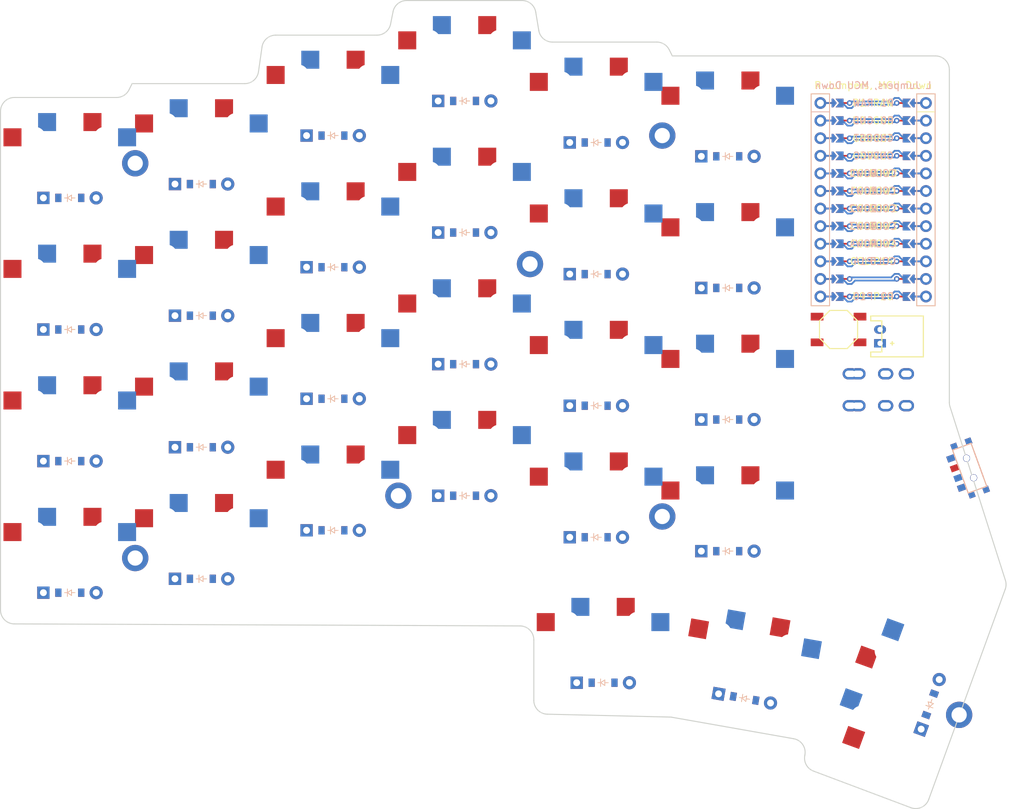
<source format=kicad_pcb>
(kicad_pcb (version 20171130) (host pcbnew 5.1.6)
  (title_block (title "keyboard_pcb") (rev "v1.0.0") (company "Unknown"))
  (layers (0 F.Cu signal) (31 B.Cu signal) (34 B.Paste user) (35 F.Paste user) (36 B.SilkS user) (37 F.SilkS user) (38 B.Mask user) (39 F.Mask user) (44 Edge.Cuts user))
  (net 0 "")
  (net 1 "COL0")
  (net 2 "pinky_bottom")
  (net 3 "pinky_home")
  (net 4 "pinky_num")
  (net 5 "pinky_top")
  (net 6 "COL1")
  (net 7 "shift_bottom")
  (net 8 "shift_home")
  (net 9 "shift_num")
  (net 10 "shift_top")
  (net 11 "COL2")
  (net 12 "ring_bottom")
  (net 13 "ring_home")
  (net 14 "ring_num")
  (net 15 "ring_top")
  (net 16 "COL3")
  (net 17 "middle_bottom")
  (net 18 "middle_home")
  (net 19 "middle_num")
  (net 20 "middle_top")
  (net 21 "COL4")
  (net 22 "index_bottom")
  (net 23 "index_home")
  (net 24 "index_num")
  (net 25 "index_top")
  (net 26 "COL5")
  (net 27 "inner_bottom")
  (net 28 "inner_home")
  (net 29 "inner_num")
  (net 30 "inner_top")
  (net 31 "near_thumb")
  (net 32 "home_thumb")
  (net 33 "far_thumb")
  (net 34 "ROW4")
  (net 35 "ROW3")
  (net 36 "ROW2")
  (net 37 "ROW1")
  (net 38 "ROW0")
  (net 39 "RAW")
  (net 40 "GND")
  (net 41 "RST")
  (net 42 "VCC")
  (net 43 "P14")
  (net 44 "P16")
  (net 45 "P10")
  (net 46 "P1")
  (net 47 "P0")
  (net 48 "P8")
  (net 49 "P9")
  (net 50 "P101")
  (net 51 "P102")
  (net 52 "P107")
  (net 53 "MCU1_24")
  (net 54 "MCU1_1")
  (net 55 "MCU1_23")
  (net 56 "MCU1_2")
  (net 57 "MCU1_22")
  (net 58 "MCU1_3")
  (net 59 "MCU1_21")
  (net 60 "MCU1_4")
  (net 61 "MCU1_20")
  (net 62 "MCU1_5")
  (net 63 "MCU1_19")
  (net 64 "MCU1_6")
  (net 65 "MCU1_18")
  (net 66 "MCU1_7")
  (net 67 "MCU1_17")
  (net 68 "MCU1_8")
  (net 69 "MCU1_16")
  (net 70 "MCU1_9")
  (net 71 "MCU1_15")
  (net 72 "MCU1_10")
  (net 73 "MCU1_14")
  (net 74 "MCU1_11")
  (net 75 "MCU1_13")
  (net 76 "MCU1_12")
  (module PG1350 (layer F.Cu) (at 100 150 0)
    (fp_text reference "S1" hide)
    (fp_text value "" hide)
    (pad "" np_thru_hole circle (at 0 0) (size 3.429 3.429) (drill 3.429) (layers *.Cu *.Mask))
    (pad "" np_thru_hole circle (at 5.5 0) (size 1.7018 1.7018) (drill 1.7018) (layers *.Cu *.Mask))
    (pad "" np_thru_hole circle (at -5.5 0) (size 1.7018 1.7018) (drill 1.7018) (layers *.Cu *.Mask))
    (pad "" np_thru_hole circle (at 5 -3.75) (size 3 3) (drill 3) (layers *.Cu *.Mask))
    (pad "" np_thru_hole circle (at 0 -5.95) (size 3 3) (drill 3) (layers *.Cu *.Mask))
    (pad 1 smd rect (at -3.275 -5.95 0) (size 2.6 2.6) (layers B.Cu B.Paste B.Mask) (net 1 "COL0"))
    (pad 2 smd rect (at 8.275 -3.75 0) (size 2.6 2.6) (layers B.Cu B.Paste B.Mask) (net 2 "pinky_bottom"))
    (pad "" np_thru_hole circle (at -5 -3.75) (size 3 3) (drill 3) (layers *.Cu *.Mask))
    (pad "" np_thru_hole circle (at 0 -5.95) (size 3 3) (drill 3) (layers *.Cu *.Mask))
    (pad 1 smd rect (at 3.275 -5.95 0) (size 2.6 2.6) (layers F.Cu F.Paste F.Mask) (net 1 "COL0"))
    (pad 2 smd rect (at -8.275 -3.75 0) (size 2.6 2.6) (layers F.Cu F.Paste F.Mask) (net 2 "pinky_bottom"))
  )
  (module PG1350 (layer F.Cu) (at 100 131 0)
    (fp_text reference "S2" hide)
    (fp_text value "" hide)
    (pad "" np_thru_hole circle (at 0 0) (size 3.429 3.429) (drill 3.429) (layers *.Cu *.Mask))
    (pad "" np_thru_hole circle (at 5.5 0) (size 1.7018 1.7018) (drill 1.7018) (layers *.Cu *.Mask))
    (pad "" np_thru_hole circle (at -5.5 0) (size 1.7018 1.7018) (drill 1.7018) (layers *.Cu *.Mask))
    (pad "" np_thru_hole circle (at 5 -3.75) (size 3 3) (drill 3) (layers *.Cu *.Mask))
    (pad "" np_thru_hole circle (at 0 -5.95) (size 3 3) (drill 3) (layers *.Cu *.Mask))
    (pad 1 smd rect (at -3.275 -5.95 0) (size 2.6 2.6) (layers B.Cu B.Paste B.Mask) (net 1 "COL0"))
    (pad 2 smd rect (at 8.275 -3.75 0) (size 2.6 2.6) (layers B.Cu B.Paste B.Mask) (net 3 "pinky_home"))
    (pad "" np_thru_hole circle (at -5 -3.75) (size 3 3) (drill 3) (layers *.Cu *.Mask))
    (pad "" np_thru_hole circle (at 0 -5.95) (size 3 3) (drill 3) (layers *.Cu *.Mask))
    (pad 1 smd rect (at 3.275 -5.95 0) (size 2.6 2.6) (layers F.Cu F.Paste F.Mask) (net 1 "COL0"))
    (pad 2 smd rect (at -8.275 -3.75 0) (size 2.6 2.6) (layers F.Cu F.Paste F.Mask) (net 3 "pinky_home"))
  )
  (module PG1350 (layer F.Cu) (at 100 112 0)
    (fp_text reference "S3" hide)
    (fp_text value "" hide)
    (pad "" np_thru_hole circle (at 0 0) (size 3.429 3.429) (drill 3.429) (layers *.Cu *.Mask))
    (pad "" np_thru_hole circle (at 5.5 0) (size 1.7018 1.7018) (drill 1.7018) (layers *.Cu *.Mask))
    (pad "" np_thru_hole circle (at -5.5 0) (size 1.7018 1.7018) (drill 1.7018) (layers *.Cu *.Mask))
    (pad "" np_thru_hole circle (at 5 -3.75) (size 3 3) (drill 3) (layers *.Cu *.Mask))
    (pad "" np_thru_hole circle (at 0 -5.95) (size 3 3) (drill 3) (layers *.Cu *.Mask))
    (pad 1 smd rect (at -3.275 -5.95 0) (size 2.6 2.6) (layers B.Cu B.Paste B.Mask) (net 1 "COL0"))
    (pad 2 smd rect (at 8.275 -3.75 0) (size 2.6 2.6) (layers B.Cu B.Paste B.Mask) (net 4 "pinky_num"))
    (pad "" np_thru_hole circle (at -5 -3.75) (size 3 3) (drill 3) (layers *.Cu *.Mask))
    (pad "" np_thru_hole circle (at 0 -5.95) (size 3 3) (drill 3) (layers *.Cu *.Mask))
    (pad 1 smd rect (at 3.275 -5.95 0) (size 2.6 2.6) (layers F.Cu F.Paste F.Mask) (net 1 "COL0"))
    (pad 2 smd rect (at -8.275 -3.75 0) (size 2.6 2.6) (layers F.Cu F.Paste F.Mask) (net 4 "pinky_num"))
  )
  (module PG1350 (layer F.Cu) (at 100 93 0)
    (fp_text reference "S4" hide)
    (fp_text value "" hide)
    (pad "" np_thru_hole circle (at 0 0) (size 3.429 3.429) (drill 3.429) (layers *.Cu *.Mask))
    (pad "" np_thru_hole circle (at 5.5 0) (size 1.7018 1.7018) (drill 1.7018) (layers *.Cu *.Mask))
    (pad "" np_thru_hole circle (at -5.5 0) (size 1.7018 1.7018) (drill 1.7018) (layers *.Cu *.Mask))
    (pad "" np_thru_hole circle (at 5 -3.75) (size 3 3) (drill 3) (layers *.Cu *.Mask))
    (pad "" np_thru_hole circle (at 0 -5.95) (size 3 3) (drill 3) (layers *.Cu *.Mask))
    (pad 1 smd rect (at -3.275 -5.95 0) (size 2.6 2.6) (layers B.Cu B.Paste B.Mask) (net 1 "COL0"))
    (pad 2 smd rect (at 8.275 -3.75 0) (size 2.6 2.6) (layers B.Cu B.Paste B.Mask) (net 5 "pinky_top"))
    (pad "" np_thru_hole circle (at -5 -3.75) (size 3 3) (drill 3) (layers *.Cu *.Mask))
    (pad "" np_thru_hole circle (at 0 -5.95) (size 3 3) (drill 3) (layers *.Cu *.Mask))
    (pad 1 smd rect (at 3.275 -5.95 0) (size 2.6 2.6) (layers F.Cu F.Paste F.Mask) (net 1 "COL0"))
    (pad 2 smd rect (at -8.275 -3.75 0) (size 2.6 2.6) (layers F.Cu F.Paste F.Mask) (net 5 "pinky_top"))
  )
  (module PG1350 (layer F.Cu) (at 119 148 0)
    (fp_text reference "S5" hide)
    (fp_text value "" hide)
    (pad "" np_thru_hole circle (at 0 0) (size 3.429 3.429) (drill 3.429) (layers *.Cu *.Mask))
    (pad "" np_thru_hole circle (at 5.5 0) (size 1.7018 1.7018) (drill 1.7018) (layers *.Cu *.Mask))
    (pad "" np_thru_hole circle (at -5.5 0) (size 1.7018 1.7018) (drill 1.7018) (layers *.Cu *.Mask))
    (pad "" np_thru_hole circle (at 5 -3.75) (size 3 3) (drill 3) (layers *.Cu *.Mask))
    (pad "" np_thru_hole circle (at 0 -5.95) (size 3 3) (drill 3) (layers *.Cu *.Mask))
    (pad 1 smd rect (at -3.275 -5.95 0) (size 2.6 2.6) (layers B.Cu B.Paste B.Mask) (net 6 "COL1"))
    (pad 2 smd rect (at 8.275 -3.75 0) (size 2.6 2.6) (layers B.Cu B.Paste B.Mask) (net 7 "shift_bottom"))
    (pad "" np_thru_hole circle (at -5 -3.75) (size 3 3) (drill 3) (layers *.Cu *.Mask))
    (pad "" np_thru_hole circle (at 0 -5.95) (size 3 3) (drill 3) (layers *.Cu *.Mask))
    (pad 1 smd rect (at 3.275 -5.95 0) (size 2.6 2.6) (layers F.Cu F.Paste F.Mask) (net 6 "COL1"))
    (pad 2 smd rect (at -8.275 -3.75 0) (size 2.6 2.6) (layers F.Cu F.Paste F.Mask) (net 7 "shift_bottom"))
  )
  (module PG1350 (layer F.Cu) (at 119 129 0)
    (fp_text reference "S6" hide)
    (fp_text value "" hide)
    (pad "" np_thru_hole circle (at 0 0) (size 3.429 3.429) (drill 3.429) (layers *.Cu *.Mask))
    (pad "" np_thru_hole circle (at 5.5 0) (size 1.7018 1.7018) (drill 1.7018) (layers *.Cu *.Mask))
    (pad "" np_thru_hole circle (at -5.5 0) (size 1.7018 1.7018) (drill 1.7018) (layers *.Cu *.Mask))
    (pad "" np_thru_hole circle (at 5 -3.75) (size 3 3) (drill 3) (layers *.Cu *.Mask))
    (pad "" np_thru_hole circle (at 0 -5.95) (size 3 3) (drill 3) (layers *.Cu *.Mask))
    (pad 1 smd rect (at -3.275 -5.95 0) (size 2.6 2.6) (layers B.Cu B.Paste B.Mask) (net 6 "COL1"))
    (pad 2 smd rect (at 8.275 -3.75 0) (size 2.6 2.6) (layers B.Cu B.Paste B.Mask) (net 8 "shift_home"))
    (pad "" np_thru_hole circle (at -5 -3.75) (size 3 3) (drill 3) (layers *.Cu *.Mask))
    (pad "" np_thru_hole circle (at 0 -5.95) (size 3 3) (drill 3) (layers *.Cu *.Mask))
    (pad 1 smd rect (at 3.275 -5.95 0) (size 2.6 2.6) (layers F.Cu F.Paste F.Mask) (net 6 "COL1"))
    (pad 2 smd rect (at -8.275 -3.75 0) (size 2.6 2.6) (layers F.Cu F.Paste F.Mask) (net 8 "shift_home"))
  )
  (module PG1350 (layer F.Cu) (at 119 110 0)
    (fp_text reference "S7" hide)
    (fp_text value "" hide)
    (pad "" np_thru_hole circle (at 0 0) (size 3.429 3.429) (drill 3.429) (layers *.Cu *.Mask))
    (pad "" np_thru_hole circle (at 5.5 0) (size 1.7018 1.7018) (drill 1.7018) (layers *.Cu *.Mask))
    (pad "" np_thru_hole circle (at -5.5 0) (size 1.7018 1.7018) (drill 1.7018) (layers *.Cu *.Mask))
    (pad "" np_thru_hole circle (at 5 -3.75) (size 3 3) (drill 3) (layers *.Cu *.Mask))
    (pad "" np_thru_hole circle (at 0 -5.95) (size 3 3) (drill 3) (layers *.Cu *.Mask))
    (pad 1 smd rect (at -3.275 -5.95 0) (size 2.6 2.6) (layers B.Cu B.Paste B.Mask) (net 6 "COL1"))
    (pad 2 smd rect (at 8.275 -3.75 0) (size 2.6 2.6) (layers B.Cu B.Paste B.Mask) (net 9 "shift_num"))
    (pad "" np_thru_hole circle (at -5 -3.75) (size 3 3) (drill 3) (layers *.Cu *.Mask))
    (pad "" np_thru_hole circle (at 0 -5.95) (size 3 3) (drill 3) (layers *.Cu *.Mask))
    (pad 1 smd rect (at 3.275 -5.95 0) (size 2.6 2.6) (layers F.Cu F.Paste F.Mask) (net 6 "COL1"))
    (pad 2 smd rect (at -8.275 -3.75 0) (size 2.6 2.6) (layers F.Cu F.Paste F.Mask) (net 9 "shift_num"))
  )
  (module PG1350 (layer F.Cu) (at 119 91 0)
    (fp_text reference "S8" hide)
    (fp_text value "" hide)
    (pad "" np_thru_hole circle (at 0 0) (size 3.429 3.429) (drill 3.429) (layers *.Cu *.Mask))
    (pad "" np_thru_hole circle (at 5.5 0) (size 1.7018 1.7018) (drill 1.7018) (layers *.Cu *.Mask))
    (pad "" np_thru_hole circle (at -5.5 0) (size 1.7018 1.7018) (drill 1.7018) (layers *.Cu *.Mask))
    (pad "" np_thru_hole circle (at 5 -3.75) (size 3 3) (drill 3) (layers *.Cu *.Mask))
    (pad "" np_thru_hole circle (at 0 -5.95) (size 3 3) (drill 3) (layers *.Cu *.Mask))
    (pad 1 smd rect (at -3.275 -5.95 0) (size 2.6 2.6) (layers B.Cu B.Paste B.Mask) (net 6 "COL1"))
    (pad 2 smd rect (at 8.275 -3.75 0) (size 2.6 2.6) (layers B.Cu B.Paste B.Mask) (net 10 "shift_top"))
    (pad "" np_thru_hole circle (at -5 -3.75) (size 3 3) (drill 3) (layers *.Cu *.Mask))
    (pad "" np_thru_hole circle (at 0 -5.95) (size 3 3) (drill 3) (layers *.Cu *.Mask))
    (pad 1 smd rect (at 3.275 -5.95 0) (size 2.6 2.6) (layers F.Cu F.Paste F.Mask) (net 6 "COL1"))
    (pad 2 smd rect (at -8.275 -3.75 0) (size 2.6 2.6) (layers F.Cu F.Paste F.Mask) (net 10 "shift_top"))
  )
  (module PG1350 (layer F.Cu) (at 138 141 0)
    (fp_text reference "S9" hide)
    (fp_text value "" hide)
    (pad "" np_thru_hole circle (at 0 0) (size 3.429 3.429) (drill 3.429) (layers *.Cu *.Mask))
    (pad "" np_thru_hole circle (at 5.5 0) (size 1.7018 1.7018) (drill 1.7018) (layers *.Cu *.Mask))
    (pad "" np_thru_hole circle (at -5.5 0) (size 1.7018 1.7018) (drill 1.7018) (layers *.Cu *.Mask))
    (pad "" np_thru_hole circle (at 5 -3.75) (size 3 3) (drill 3) (layers *.Cu *.Mask))
    (pad "" np_thru_hole circle (at 0 -5.95) (size 3 3) (drill 3) (layers *.Cu *.Mask))
    (pad 1 smd rect (at -3.275 -5.95 0) (size 2.6 2.6) (layers B.Cu B.Paste B.Mask) (net 11 "COL2"))
    (pad 2 smd rect (at 8.275 -3.75 0) (size 2.6 2.6) (layers B.Cu B.Paste B.Mask) (net 12 "ring_bottom"))
    (pad "" np_thru_hole circle (at -5 -3.75) (size 3 3) (drill 3) (layers *.Cu *.Mask))
    (pad "" np_thru_hole circle (at 0 -5.95) (size 3 3) (drill 3) (layers *.Cu *.Mask))
    (pad 1 smd rect (at 3.275 -5.95 0) (size 2.6 2.6) (layers F.Cu F.Paste F.Mask) (net 11 "COL2"))
    (pad 2 smd rect (at -8.275 -3.75 0) (size 2.6 2.6) (layers F.Cu F.Paste F.Mask) (net 12 "ring_bottom"))
  )
  (module PG1350 (layer F.Cu) (at 138 122 0)
    (fp_text reference "S10" hide)
    (fp_text value "" hide)
    (pad "" np_thru_hole circle (at 0 0) (size 3.429 3.429) (drill 3.429) (layers *.Cu *.Mask))
    (pad "" np_thru_hole circle (at 5.5 0) (size 1.7018 1.7018) (drill 1.7018) (layers *.Cu *.Mask))
    (pad "" np_thru_hole circle (at -5.5 0) (size 1.7018 1.7018) (drill 1.7018) (layers *.Cu *.Mask))
    (pad "" np_thru_hole circle (at 5 -3.75) (size 3 3) (drill 3) (layers *.Cu *.Mask))
    (pad "" np_thru_hole circle (at 0 -5.95) (size 3 3) (drill 3) (layers *.Cu *.Mask))
    (pad 1 smd rect (at -3.275 -5.95 0) (size 2.6 2.6) (layers B.Cu B.Paste B.Mask) (net 11 "COL2"))
    (pad 2 smd rect (at 8.275 -3.75 0) (size 2.6 2.6) (layers B.Cu B.Paste B.Mask) (net 13 "ring_home"))
    (pad "" np_thru_hole circle (at -5 -3.75) (size 3 3) (drill 3) (layers *.Cu *.Mask))
    (pad "" np_thru_hole circle (at 0 -5.95) (size 3 3) (drill 3) (layers *.Cu *.Mask))
    (pad 1 smd rect (at 3.275 -5.95 0) (size 2.6 2.6) (layers F.Cu F.Paste F.Mask) (net 11 "COL2"))
    (pad 2 smd rect (at -8.275 -3.75 0) (size 2.6 2.6) (layers F.Cu F.Paste F.Mask) (net 13 "ring_home"))
  )
  (module PG1350 (layer F.Cu) (at 138 103 0)
    (fp_text reference "S11" hide)
    (fp_text value "" hide)
    (pad "" np_thru_hole circle (at 0 0) (size 3.429 3.429) (drill 3.429) (layers *.Cu *.Mask))
    (pad "" np_thru_hole circle (at 5.5 0) (size 1.7018 1.7018) (drill 1.7018) (layers *.Cu *.Mask))
    (pad "" np_thru_hole circle (at -5.5 0) (size 1.7018 1.7018) (drill 1.7018) (layers *.Cu *.Mask))
    (pad "" np_thru_hole circle (at 5 -3.75) (size 3 3) (drill 3) (layers *.Cu *.Mask))
    (pad "" np_thru_hole circle (at 0 -5.95) (size 3 3) (drill 3) (layers *.Cu *.Mask))
    (pad 1 smd rect (at -3.275 -5.95 0) (size 2.6 2.6) (layers B.Cu B.Paste B.Mask) (net 11 "COL2"))
    (pad 2 smd rect (at 8.275 -3.75 0) (size 2.6 2.6) (layers B.Cu B.Paste B.Mask) (net 14 "ring_num"))
    (pad "" np_thru_hole circle (at -5 -3.75) (size 3 3) (drill 3) (layers *.Cu *.Mask))
    (pad "" np_thru_hole circle (at 0 -5.95) (size 3 3) (drill 3) (layers *.Cu *.Mask))
    (pad 1 smd rect (at 3.275 -5.95 0) (size 2.6 2.6) (layers F.Cu F.Paste F.Mask) (net 11 "COL2"))
    (pad 2 smd rect (at -8.275 -3.75 0) (size 2.6 2.6) (layers F.Cu F.Paste F.Mask) (net 14 "ring_num"))
  )
  (module PG1350 (layer F.Cu) (at 138 84 0)
    (fp_text reference "S12" hide)
    (fp_text value "" hide)
    (pad "" np_thru_hole circle (at 0 0) (size 3.429 3.429) (drill 3.429) (layers *.Cu *.Mask))
    (pad "" np_thru_hole circle (at 5.5 0) (size 1.7018 1.7018) (drill 1.7018) (layers *.Cu *.Mask))
    (pad "" np_thru_hole circle (at -5.5 0) (size 1.7018 1.7018) (drill 1.7018) (layers *.Cu *.Mask))
    (pad "" np_thru_hole circle (at 5 -3.75) (size 3 3) (drill 3) (layers *.Cu *.Mask))
    (pad "" np_thru_hole circle (at 0 -5.95) (size 3 3) (drill 3) (layers *.Cu *.Mask))
    (pad 1 smd rect (at -3.275 -5.95 0) (size 2.6 2.6) (layers B.Cu B.Paste B.Mask) (net 11 "COL2"))
    (pad 2 smd rect (at 8.275 -3.75 0) (size 2.6 2.6) (layers B.Cu B.Paste B.Mask) (net 15 "ring_top"))
    (pad "" np_thru_hole circle (at -5 -3.75) (size 3 3) (drill 3) (layers *.Cu *.Mask))
    (pad "" np_thru_hole circle (at 0 -5.95) (size 3 3) (drill 3) (layers *.Cu *.Mask))
    (pad 1 smd rect (at 3.275 -5.95 0) (size 2.6 2.6) (layers F.Cu F.Paste F.Mask) (net 11 "COL2"))
    (pad 2 smd rect (at -8.275 -3.75 0) (size 2.6 2.6) (layers F.Cu F.Paste F.Mask) (net 15 "ring_top"))
  )
  (module PG1350 (layer F.Cu) (at 157 136 0)
    (fp_text reference "S13" hide)
    (fp_text value "" hide)
    (pad "" np_thru_hole circle (at 0 0) (size 3.429 3.429) (drill 3.429) (layers *.Cu *.Mask))
    (pad "" np_thru_hole circle (at 5.5 0) (size 1.7018 1.7018) (drill 1.7018) (layers *.Cu *.Mask))
    (pad "" np_thru_hole circle (at -5.5 0) (size 1.7018 1.7018) (drill 1.7018) (layers *.Cu *.Mask))
    (pad "" np_thru_hole circle (at 5 -3.75) (size 3 3) (drill 3) (layers *.Cu *.Mask))
    (pad "" np_thru_hole circle (at 0 -5.95) (size 3 3) (drill 3) (layers *.Cu *.Mask))
    (pad 1 smd rect (at -3.275 -5.95 0) (size 2.6 2.6) (layers B.Cu B.Paste B.Mask) (net 16 "COL3"))
    (pad 2 smd rect (at 8.275 -3.75 0) (size 2.6 2.6) (layers B.Cu B.Paste B.Mask) (net 17 "middle_bottom"))
    (pad "" np_thru_hole circle (at -5 -3.75) (size 3 3) (drill 3) (layers *.Cu *.Mask))
    (pad "" np_thru_hole circle (at 0 -5.95) (size 3 3) (drill 3) (layers *.Cu *.Mask))
    (pad 1 smd rect (at 3.275 -5.95 0) (size 2.6 2.6) (layers F.Cu F.Paste F.Mask) (net 16 "COL3"))
    (pad 2 smd rect (at -8.275 -3.75 0) (size 2.6 2.6) (layers F.Cu F.Paste F.Mask) (net 17 "middle_bottom"))
  )
  (module PG1350 (layer F.Cu) (at 157 117 0)
    (fp_text reference "S14" hide)
    (fp_text value "" hide)
    (pad "" np_thru_hole circle (at 0 0) (size 3.429 3.429) (drill 3.429) (layers *.Cu *.Mask))
    (pad "" np_thru_hole circle (at 5.5 0) (size 1.7018 1.7018) (drill 1.7018) (layers *.Cu *.Mask))
    (pad "" np_thru_hole circle (at -5.5 0) (size 1.7018 1.7018) (drill 1.7018) (layers *.Cu *.Mask))
    (pad "" np_thru_hole circle (at 5 -3.75) (size 3 3) (drill 3) (layers *.Cu *.Mask))
    (pad "" np_thru_hole circle (at 0 -5.95) (size 3 3) (drill 3) (layers *.Cu *.Mask))
    (pad 1 smd rect (at -3.275 -5.95 0) (size 2.6 2.6) (layers B.Cu B.Paste B.Mask) (net 16 "COL3"))
    (pad 2 smd rect (at 8.275 -3.75 0) (size 2.6 2.6) (layers B.Cu B.Paste B.Mask) (net 18 "middle_home"))
    (pad "" np_thru_hole circle (at -5 -3.75) (size 3 3) (drill 3) (layers *.Cu *.Mask))
    (pad "" np_thru_hole circle (at 0 -5.95) (size 3 3) (drill 3) (layers *.Cu *.Mask))
    (pad 1 smd rect (at 3.275 -5.95 0) (size 2.6 2.6) (layers F.Cu F.Paste F.Mask) (net 16 "COL3"))
    (pad 2 smd rect (at -8.275 -3.75 0) (size 2.6 2.6) (layers F.Cu F.Paste F.Mask) (net 18 "middle_home"))
  )
  (module PG1350 (layer F.Cu) (at 157 98 0)
    (fp_text reference "S15" hide)
    (fp_text value "" hide)
    (pad "" np_thru_hole circle (at 0 0) (size 3.429 3.429) (drill 3.429) (layers *.Cu *.Mask))
    (pad "" np_thru_hole circle (at 5.5 0) (size 1.7018 1.7018) (drill 1.7018) (layers *.Cu *.Mask))
    (pad "" np_thru_hole circle (at -5.5 0) (size 1.7018 1.7018) (drill 1.7018) (layers *.Cu *.Mask))
    (pad "" np_thru_hole circle (at 5 -3.75) (size 3 3) (drill 3) (layers *.Cu *.Mask))
    (pad "" np_thru_hole circle (at 0 -5.95) (size 3 3) (drill 3) (layers *.Cu *.Mask))
    (pad 1 smd rect (at -3.275 -5.95 0) (size 2.6 2.6) (layers B.Cu B.Paste B.Mask) (net 16 "COL3"))
    (pad 2 smd rect (at 8.275 -3.75 0) (size 2.6 2.6) (layers B.Cu B.Paste B.Mask) (net 19 "middle_num"))
    (pad "" np_thru_hole circle (at -5 -3.75) (size 3 3) (drill 3) (layers *.Cu *.Mask))
    (pad "" np_thru_hole circle (at 0 -5.95) (size 3 3) (drill 3) (layers *.Cu *.Mask))
    (pad 1 smd rect (at 3.275 -5.95 0) (size 2.6 2.6) (layers F.Cu F.Paste F.Mask) (net 16 "COL3"))
    (pad 2 smd rect (at -8.275 -3.75 0) (size 2.6 2.6) (layers F.Cu F.Paste F.Mask) (net 19 "middle_num"))
  )
  (module PG1350 (layer F.Cu) (at 157 79 0)
    (fp_text reference "S16" hide)
    (fp_text value "" hide)
    (pad "" np_thru_hole circle (at 0 0) (size 3.429 3.429) (drill 3.429) (layers *.Cu *.Mask))
    (pad "" np_thru_hole circle (at 5.5 0) (size 1.7018 1.7018) (drill 1.7018) (layers *.Cu *.Mask))
    (pad "" np_thru_hole circle (at -5.5 0) (size 1.7018 1.7018) (drill 1.7018) (layers *.Cu *.Mask))
    (pad "" np_thru_hole circle (at 5 -3.75) (size 3 3) (drill 3) (layers *.Cu *.Mask))
    (pad "" np_thru_hole circle (at 0 -5.95) (size 3 3) (drill 3) (layers *.Cu *.Mask))
    (pad 1 smd rect (at -3.275 -5.95 0) (size 2.6 2.6) (layers B.Cu B.Paste B.Mask) (net 16 "COL3"))
    (pad 2 smd rect (at 8.275 -3.75 0) (size 2.6 2.6) (layers B.Cu B.Paste B.Mask) (net 20 "middle_top"))
    (pad "" np_thru_hole circle (at -5 -3.75) (size 3 3) (drill 3) (layers *.Cu *.Mask))
    (pad "" np_thru_hole circle (at 0 -5.95) (size 3 3) (drill 3) (layers *.Cu *.Mask))
    (pad 1 smd rect (at 3.275 -5.95 0) (size 2.6 2.6) (layers F.Cu F.Paste F.Mask) (net 16 "COL3"))
    (pad 2 smd rect (at -8.275 -3.75 0) (size 2.6 2.6) (layers F.Cu F.Paste F.Mask) (net 20 "middle_top"))
  )
  (module PG1350 (layer F.Cu) (at 176 142 0)
    (fp_text reference "S17" hide)
    (fp_text value "" hide)
    (pad "" np_thru_hole circle (at 0 0) (size 3.429 3.429) (drill 3.429) (layers *.Cu *.Mask))
    (pad "" np_thru_hole circle (at 5.5 0) (size 1.7018 1.7018) (drill 1.7018) (layers *.Cu *.Mask))
    (pad "" np_thru_hole circle (at -5.5 0) (size 1.7018 1.7018) (drill 1.7018) (layers *.Cu *.Mask))
    (pad "" np_thru_hole circle (at 5 -3.75) (size 3 3) (drill 3) (layers *.Cu *.Mask))
    (pad "" np_thru_hole circle (at 0 -5.95) (size 3 3) (drill 3) (layers *.Cu *.Mask))
    (pad 1 smd rect (at -3.275 -5.95 0) (size 2.6 2.6) (layers B.Cu B.Paste B.Mask) (net 21 "COL4"))
    (pad 2 smd rect (at 8.275 -3.75 0) (size 2.6 2.6) (layers B.Cu B.Paste B.Mask) (net 22 "index_bottom"))
    (pad "" np_thru_hole circle (at -5 -3.75) (size 3 3) (drill 3) (layers *.Cu *.Mask))
    (pad "" np_thru_hole circle (at 0 -5.95) (size 3 3) (drill 3) (layers *.Cu *.Mask))
    (pad 1 smd rect (at 3.275 -5.95 0) (size 2.6 2.6) (layers F.Cu F.Paste F.Mask) (net 21 "COL4"))
    (pad 2 smd rect (at -8.275 -3.75 0) (size 2.6 2.6) (layers F.Cu F.Paste F.Mask) (net 22 "index_bottom"))
  )
  (module PG1350 (layer F.Cu) (at 176 123 0)
    (fp_text reference "S18" hide)
    (fp_text value "" hide)
    (pad "" np_thru_hole circle (at 0 0) (size 3.429 3.429) (drill 3.429) (layers *.Cu *.Mask))
    (pad "" np_thru_hole circle (at 5.5 0) (size 1.7018 1.7018) (drill 1.7018) (layers *.Cu *.Mask))
    (pad "" np_thru_hole circle (at -5.5 0) (size 1.7018 1.7018) (drill 1.7018) (layers *.Cu *.Mask))
    (pad "" np_thru_hole circle (at 5 -3.75) (size 3 3) (drill 3) (layers *.Cu *.Mask))
    (pad "" np_thru_hole circle (at 0 -5.95) (size 3 3) (drill 3) (layers *.Cu *.Mask))
    (pad 1 smd rect (at -3.275 -5.95 0) (size 2.6 2.6) (layers B.Cu B.Paste B.Mask) (net 21 "COL4"))
    (pad 2 smd rect (at 8.275 -3.75 0) (size 2.6 2.6) (layers B.Cu B.Paste B.Mask) (net 23 "index_home"))
    (pad "" np_thru_hole circle (at -5 -3.75) (size 3 3) (drill 3) (layers *.Cu *.Mask))
    (pad "" np_thru_hole circle (at 0 -5.95) (size 3 3) (drill 3) (layers *.Cu *.Mask))
    (pad 1 smd rect (at 3.275 -5.95 0) (size 2.6 2.6) (layers F.Cu F.Paste F.Mask) (net 21 "COL4"))
    (pad 2 smd rect (at -8.275 -3.75 0) (size 2.6 2.6) (layers F.Cu F.Paste F.Mask) (net 23 "index_home"))
  )
  (module PG1350 (layer F.Cu) (at 176 104 0)
    (fp_text reference "S19" hide)
    (fp_text value "" hide)
    (pad "" np_thru_hole circle (at 0 0) (size 3.429 3.429) (drill 3.429) (layers *.Cu *.Mask))
    (pad "" np_thru_hole circle (at 5.5 0) (size 1.7018 1.7018) (drill 1.7018) (layers *.Cu *.Mask))
    (pad "" np_thru_hole circle (at -5.5 0) (size 1.7018 1.7018) (drill 1.7018) (layers *.Cu *.Mask))
    (pad "" np_thru_hole circle (at 5 -3.75) (size 3 3) (drill 3) (layers *.Cu *.Mask))
    (pad "" np_thru_hole circle (at 0 -5.95) (size 3 3) (drill 3) (layers *.Cu *.Mask))
    (pad 1 smd rect (at -3.275 -5.95 0) (size 2.6 2.6) (layers B.Cu B.Paste B.Mask) (net 21 "COL4"))
    (pad 2 smd rect (at 8.275 -3.75 0) (size 2.6 2.6) (layers B.Cu B.Paste B.Mask) (net 24 "index_num"))
    (pad "" np_thru_hole circle (at -5 -3.75) (size 3 3) (drill 3) (layers *.Cu *.Mask))
    (pad "" np_thru_hole circle (at 0 -5.95) (size 3 3) (drill 3) (layers *.Cu *.Mask))
    (pad 1 smd rect (at 3.275 -5.95 0) (size 2.6 2.6) (layers F.Cu F.Paste F.Mask) (net 21 "COL4"))
    (pad 2 smd rect (at -8.275 -3.75 0) (size 2.6 2.6) (layers F.Cu F.Paste F.Mask) (net 24 "index_num"))
  )
  (module PG1350 (layer F.Cu) (at 176 85 0)
    (fp_text reference "S20" hide)
    (fp_text value "" hide)
    (pad "" np_thru_hole circle (at 0 0) (size 3.429 3.429) (drill 3.429) (layers *.Cu *.Mask))
    (pad "" np_thru_hole circle (at 5.5 0) (size 1.7018 1.7018) (drill 1.7018) (layers *.Cu *.Mask))
    (pad "" np_thru_hole circle (at -5.5 0) (size 1.7018 1.7018) (drill 1.7018) (layers *.Cu *.Mask))
    (pad "" np_thru_hole circle (at 5 -3.75) (size 3 3) (drill 3) (layers *.Cu *.Mask))
    (pad "" np_thru_hole circle (at 0 -5.95) (size 3 3) (drill 3) (layers *.Cu *.Mask))
    (pad 1 smd rect (at -3.275 -5.95 0) (size 2.6 2.6) (layers B.Cu B.Paste B.Mask) (net 21 "COL4"))
    (pad 2 smd rect (at 8.275 -3.75 0) (size 2.6 2.6) (layers B.Cu B.Paste B.Mask) (net 25 "index_top"))
    (pad "" np_thru_hole circle (at -5 -3.75) (size 3 3) (drill 3) (layers *.Cu *.Mask))
    (pad "" np_thru_hole circle (at 0 -5.95) (size 3 3) (drill 3) (layers *.Cu *.Mask))
    (pad 1 smd rect (at 3.275 -5.95 0) (size 2.6 2.6) (layers F.Cu F.Paste F.Mask) (net 21 "COL4"))
    (pad 2 smd rect (at -8.275 -3.75 0) (size 2.6 2.6) (layers F.Cu F.Paste F.Mask) (net 25 "index_top"))
  )
  (module PG1350 (layer F.Cu) (at 195 144 0)
    (fp_text reference "S21" hide)
    (fp_text value "" hide)
    (pad "" np_thru_hole circle (at 0 0) (size 3.429 3.429) (drill 3.429) (layers *.Cu *.Mask))
    (pad "" np_thru_hole circle (at 5.5 0) (size 1.7018 1.7018) (drill 1.7018) (layers *.Cu *.Mask))
    (pad "" np_thru_hole circle (at -5.5 0) (size 1.7018 1.7018) (drill 1.7018) (layers *.Cu *.Mask))
    (pad "" np_thru_hole circle (at 5 -3.75) (size 3 3) (drill 3) (layers *.Cu *.Mask))
    (pad "" np_thru_hole circle (at 0 -5.95) (size 3 3) (drill 3) (layers *.Cu *.Mask))
    (pad 1 smd rect (at -3.275 -5.95 0) (size 2.6 2.6) (layers B.Cu B.Paste B.Mask) (net 26 "COL5"))
    (pad 2 smd rect (at 8.275 -3.75 0) (size 2.6 2.6) (layers B.Cu B.Paste B.Mask) (net 27 "inner_bottom"))
    (pad "" np_thru_hole circle (at -5 -3.75) (size 3 3) (drill 3) (layers *.Cu *.Mask))
    (pad "" np_thru_hole circle (at 0 -5.95) (size 3 3) (drill 3) (layers *.Cu *.Mask))
    (pad 1 smd rect (at 3.275 -5.95 0) (size 2.6 2.6) (layers F.Cu F.Paste F.Mask) (net 26 "COL5"))
    (pad 2 smd rect (at -8.275 -3.75 0) (size 2.6 2.6) (layers F.Cu F.Paste F.Mask) (net 27 "inner_bottom"))
  )
  (module PG1350 (layer F.Cu) (at 195 125 0)
    (fp_text reference "S22" hide)
    (fp_text value "" hide)
    (pad "" np_thru_hole circle (at 0 0) (size 3.429 3.429) (drill 3.429) (layers *.Cu *.Mask))
    (pad "" np_thru_hole circle (at 5.5 0) (size 1.7018 1.7018) (drill 1.7018) (layers *.Cu *.Mask))
    (pad "" np_thru_hole circle (at -5.5 0) (size 1.7018 1.7018) (drill 1.7018) (layers *.Cu *.Mask))
    (pad "" np_thru_hole circle (at 5 -3.75) (size 3 3) (drill 3) (layers *.Cu *.Mask))
    (pad "" np_thru_hole circle (at 0 -5.95) (size 3 3) (drill 3) (layers *.Cu *.Mask))
    (pad 1 smd rect (at -3.275 -5.95 0) (size 2.6 2.6) (layers B.Cu B.Paste B.Mask) (net 26 "COL5"))
    (pad 2 smd rect (at 8.275 -3.75 0) (size 2.6 2.6) (layers B.Cu B.Paste B.Mask) (net 28 "inner_home"))
    (pad "" np_thru_hole circle (at -5 -3.75) (size 3 3) (drill 3) (layers *.Cu *.Mask))
    (pad "" np_thru_hole circle (at 0 -5.95) (size 3 3) (drill 3) (layers *.Cu *.Mask))
    (pad 1 smd rect (at 3.275 -5.95 0) (size 2.6 2.6) (layers F.Cu F.Paste F.Mask) (net 26 "COL5"))
    (pad 2 smd rect (at -8.275 -3.75 0) (size 2.6 2.6) (layers F.Cu F.Paste F.Mask) (net 28 "inner_home"))
  )
  (module PG1350 (layer F.Cu) (at 195 106 0)
    (fp_text reference "S23" hide)
    (fp_text value "" hide)
    (pad "" np_thru_hole circle (at 0 0) (size 3.429 3.429) (drill 3.429) (layers *.Cu *.Mask))
    (pad "" np_thru_hole circle (at 5.5 0) (size 1.7018 1.7018) (drill 1.7018) (layers *.Cu *.Mask))
    (pad "" np_thru_hole circle (at -5.5 0) (size 1.7018 1.7018) (drill 1.7018) (layers *.Cu *.Mask))
    (pad "" np_thru_hole circle (at 5 -3.75) (size 3 3) (drill 3) (layers *.Cu *.Mask))
    (pad "" np_thru_hole circle (at 0 -5.95) (size 3 3) (drill 3) (layers *.Cu *.Mask))
    (pad 1 smd rect (at -3.275 -5.95 0) (size 2.6 2.6) (layers B.Cu B.Paste B.Mask) (net 26 "COL5"))
    (pad 2 smd rect (at 8.275 -3.75 0) (size 2.6 2.6) (layers B.Cu B.Paste B.Mask) (net 29 "inner_num"))
    (pad "" np_thru_hole circle (at -5 -3.75) (size 3 3) (drill 3) (layers *.Cu *.Mask))
    (pad "" np_thru_hole circle (at 0 -5.95) (size 3 3) (drill 3) (layers *.Cu *.Mask))
    (pad 1 smd rect (at 3.275 -5.95 0) (size 2.6 2.6) (layers F.Cu F.Paste F.Mask) (net 26 "COL5"))
    (pad 2 smd rect (at -8.275 -3.75 0) (size 2.6 2.6) (layers F.Cu F.Paste F.Mask) (net 29 "inner_num"))
  )
  (module PG1350 (layer F.Cu) (at 195 87 0)
    (fp_text reference "S24" hide)
    (fp_text value "" hide)
    (pad "" np_thru_hole circle (at 0 0) (size 3.429 3.429) (drill 3.429) (layers *.Cu *.Mask))
    (pad "" np_thru_hole circle (at 5.5 0) (size 1.7018 1.7018) (drill 1.7018) (layers *.Cu *.Mask))
    (pad "" np_thru_hole circle (at -5.5 0) (size 1.7018 1.7018) (drill 1.7018) (layers *.Cu *.Mask))
    (pad "" np_thru_hole circle (at 5 -3.75) (size 3 3) (drill 3) (layers *.Cu *.Mask))
    (pad "" np_thru_hole circle (at 0 -5.95) (size 3 3) (drill 3) (layers *.Cu *.Mask))
    (pad 1 smd rect (at -3.275 -5.95 0) (size 2.6 2.6) (layers B.Cu B.Paste B.Mask) (net 26 "COL5"))
    (pad 2 smd rect (at 8.275 -3.75 0) (size 2.6 2.6) (layers B.Cu B.Paste B.Mask) (net 30 "inner_top"))
    (pad "" np_thru_hole circle (at -5 -3.75) (size 3 3) (drill 3) (layers *.Cu *.Mask))
    (pad "" np_thru_hole circle (at 0 -5.95) (size 3 3) (drill 3) (layers *.Cu *.Mask))
    (pad 1 smd rect (at 3.275 -5.95 0) (size 2.6 2.6) (layers F.Cu F.Paste F.Mask) (net 26 "COL5"))
    (pad 2 smd rect (at -8.275 -3.75 0) (size 2.6 2.6) (layers F.Cu F.Paste F.Mask) (net 30 "inner_top"))
  )
  (module PG1350 (layer F.Cu) (at 177 163 0)
    (fp_text reference "S25" hide)
    (fp_text value "" hide)
    (pad "" np_thru_hole circle (at 0 0) (size 3.429 3.429) (drill 3.429) (layers *.Cu *.Mask))
    (pad "" np_thru_hole circle (at 5.5 0) (size 1.7018 1.7018) (drill 1.7018) (layers *.Cu *.Mask))
    (pad "" np_thru_hole circle (at -5.5 0) (size 1.7018 1.7018) (drill 1.7018) (layers *.Cu *.Mask))
    (pad "" np_thru_hole circle (at 5 -3.75) (size 3 3) (drill 3) (layers *.Cu *.Mask))
    (pad "" np_thru_hole circle (at 0 -5.95) (size 3 3) (drill 3) (layers *.Cu *.Mask))
    (pad 1 smd rect (at -3.275 -5.95 0) (size 2.6 2.6) (layers B.Cu B.Paste B.Mask) (net 16 "COL3"))
    (pad 2 smd rect (at 8.275 -3.75 0) (size 2.6 2.6) (layers B.Cu B.Paste B.Mask) (net 31 "near_thumb"))
    (pad "" np_thru_hole circle (at -5 -3.75) (size 3 3) (drill 3) (layers *.Cu *.Mask))
    (pad "" np_thru_hole circle (at 0 -5.95) (size 3 3) (drill 3) (layers *.Cu *.Mask))
    (pad 1 smd rect (at 3.275 -5.95 0) (size 2.6 2.6) (layers F.Cu F.Paste F.Mask) (net 16 "COL3"))
    (pad 2 smd rect (at -8.275 -3.75 0) (size 2.6 2.6) (layers F.Cu F.Paste F.Mask) (net 31 "near_thumb"))
  )
  (module PG1350 (layer F.Cu) (at 198.2944547 165.344211 -10)
    (fp_text reference "S26" hide)
    (fp_text value "" hide)
    (pad "" np_thru_hole circle (at 0 0) (size 3.429 3.429) (drill 3.429) (layers *.Cu *.Mask))
    (pad "" np_thru_hole circle (at 5.5 0) (size 1.7018 1.7018) (drill 1.7018) (layers *.Cu *.Mask))
    (pad "" np_thru_hole circle (at -5.5 0) (size 1.7018 1.7018) (drill 1.7018) (layers *.Cu *.Mask))
    (pad "" np_thru_hole circle (at 5 -3.75) (size 3 3) (drill 3) (layers *.Cu *.Mask))
    (pad "" np_thru_hole circle (at 0 -5.95) (size 3 3) (drill 3) (layers *.Cu *.Mask))
    (pad 1 smd rect (at -3.275 -5.95 -10) (size 2.6 2.6) (layers B.Cu B.Paste B.Mask) (net 21 "COL4"))
    (pad 2 smd rect (at 8.275 -3.75 -10) (size 2.6 2.6) (layers B.Cu B.Paste B.Mask) (net 32 "home_thumb"))
    (pad "" np_thru_hole circle (at -5 -3.75) (size 3 3) (drill 3) (layers *.Cu *.Mask))
    (pad "" np_thru_hole circle (at 0 -5.95) (size 3 3) (drill 3) (layers *.Cu *.Mask))
    (pad 1 smd rect (at 3.275 -5.95 -10) (size 2.6 2.6) (layers F.Cu F.Paste F.Mask) (net 21 "COL4"))
    (pad 2 smd rect (at -8.275 -3.75 -10) (size 2.6 2.6) (layers F.Cu F.Paste F.Mask) (net 32 "home_thumb"))
  )
  (module PG1350 (layer F.Cu) (at 219.533251 169.4109847 70)
    (fp_text reference "S27" hide)
    (fp_text value "" hide)
    (pad "" np_thru_hole circle (at 0 0) (size 3.429 3.429) (drill 3.429) (layers *.Cu *.Mask))
    (pad "" np_thru_hole circle (at 5.5 0) (size 1.7018 1.7018) (drill 1.7018) (layers *.Cu *.Mask))
    (pad "" np_thru_hole circle (at -5.5 0) (size 1.7018 1.7018) (drill 1.7018) (layers *.Cu *.Mask))
    (pad "" np_thru_hole circle (at 5 -3.75) (size 3 3) (drill 3) (layers *.Cu *.Mask))
    (pad "" np_thru_hole circle (at 0 -5.95) (size 3 3) (drill 3) (layers *.Cu *.Mask))
    (pad 1 smd rect (at -3.275 -5.95 70) (size 2.6 2.6) (layers B.Cu B.Paste B.Mask) (net 26 "COL5"))
    (pad 2 smd rect (at 8.275 -3.75 70) (size 2.6 2.6) (layers B.Cu B.Paste B.Mask) (net 33 "far_thumb"))
    (pad "" np_thru_hole circle (at -5 -3.75) (size 3 3) (drill 3) (layers *.Cu *.Mask))
    (pad "" np_thru_hole circle (at 0 -5.95) (size 3 3) (drill 3) (layers *.Cu *.Mask))
    (pad 1 smd rect (at 3.275 -5.95 70) (size 2.6 2.6) (layers F.Cu F.Paste F.Mask) (net 26 "COL5"))
    (pad 2 smd rect (at -8.275 -3.75 70) (size 2.6 2.6) (layers F.Cu F.Paste F.Mask) (net 33 "far_thumb"))
  )
  (module ComboDiode (layer F.Cu) (at 100 155 0)
    (fp_text reference "D1" hide)
    (fp_text value "" hide)
    (pad 1 smd rect (at -1.65 0 0) (size 0.9 1.2) (layers F.Cu F.Paste F.Mask) (net 34 "ROW4"))
    (pad 2 smd rect (at 1.65 0 0) (size 0.9 1.2) (layers B.Cu B.Paste B.Mask) (net 2 "pinky_bottom"))
    (pad 1 smd rect (at -1.65 0 0) (size 0.9 1.2) (layers B.Cu B.Paste B.Mask) (net 34 "ROW4"))
    (pad 2 smd rect (at 1.65 0 0) (size 0.9 1.2) (layers F.Cu F.Paste F.Mask) (net 2 "pinky_bottom"))
    (pad 1 thru_hole rect (at -3.81 0 0) (size 1.778 1.778) (drill 0.9906) (layers *.Cu *.Mask) (net 34 "ROW4"))
    (pad 2 thru_hole circle (at 3.81 0 0) (size 1.905 1.905) (drill 0.9906) (layers *.Cu *.Mask) (net 2 "pinky_bottom"))
  )
  (module ComboDiode (layer F.Cu) (at 100 136 0)
    (fp_text reference "D2" hide)
    (fp_text value "" hide)
    (pad 1 smd rect (at -1.65 0 0) (size 0.9 1.2) (layers F.Cu F.Paste F.Mask) (net 35 "ROW3"))
    (pad 2 smd rect (at 1.65 0 0) (size 0.9 1.2) (layers B.Cu B.Paste B.Mask) (net 3 "pinky_home"))
    (pad 1 smd rect (at -1.65 0 0) (size 0.9 1.2) (layers B.Cu B.Paste B.Mask) (net 35 "ROW3"))
    (pad 2 smd rect (at 1.65 0 0) (size 0.9 1.2) (layers F.Cu F.Paste F.Mask) (net 3 "pinky_home"))
    (pad 1 thru_hole rect (at -3.81 0 0) (size 1.778 1.778) (drill 0.9906) (layers *.Cu *.Mask) (net 35 "ROW3"))
    (pad 2 thru_hole circle (at 3.81 0 0) (size 1.905 1.905) (drill 0.9906) (layers *.Cu *.Mask) (net 3 "pinky_home"))
  )
  (module ComboDiode (layer F.Cu) (at 100 117 0)
    (fp_text reference "D3" hide)
    (fp_text value "" hide)
    (pad 1 smd rect (at -1.65 0 0) (size 0.9 1.2) (layers F.Cu F.Paste F.Mask) (net 36 "ROW2"))
    (pad 2 smd rect (at 1.65 0 0) (size 0.9 1.2) (layers B.Cu B.Paste B.Mask) (net 4 "pinky_num"))
    (pad 1 smd rect (at -1.65 0 0) (size 0.9 1.2) (layers B.Cu B.Paste B.Mask) (net 36 "ROW2"))
    (pad 2 smd rect (at 1.65 0 0) (size 0.9 1.2) (layers F.Cu F.Paste F.Mask) (net 4 "pinky_num"))
    (pad 1 thru_hole rect (at -3.81 0 0) (size 1.778 1.778) (drill 0.9906) (layers *.Cu *.Mask) (net 36 "ROW2"))
    (pad 2 thru_hole circle (at 3.81 0 0) (size 1.905 1.905) (drill 0.9906) (layers *.Cu *.Mask) (net 4 "pinky_num"))
  )
  (module ComboDiode (layer F.Cu) (at 100 98 0)
    (fp_text reference "D4" hide)
    (fp_text value "" hide)
    (pad 1 smd rect (at -1.65 0 0) (size 0.9 1.2) (layers F.Cu F.Paste F.Mask) (net 37 "ROW1"))
    (pad 2 smd rect (at 1.65 0 0) (size 0.9 1.2) (layers B.Cu B.Paste B.Mask) (net 5 "pinky_top"))
    (pad 1 smd rect (at -1.65 0 0) (size 0.9 1.2) (layers B.Cu B.Paste B.Mask) (net 37 "ROW1"))
    (pad 2 smd rect (at 1.65 0 0) (size 0.9 1.2) (layers F.Cu F.Paste F.Mask) (net 5 "pinky_top"))
    (pad 1 thru_hole rect (at -3.81 0 0) (size 1.778 1.778) (drill 0.9906) (layers *.Cu *.Mask) (net 37 "ROW1"))
    (pad 2 thru_hole circle (at 3.81 0 0) (size 1.905 1.905) (drill 0.9906) (layers *.Cu *.Mask) (net 5 "pinky_top"))
  )
  (module ComboDiode (layer F.Cu) (at 119 153 0)
    (fp_text reference "D5" hide)
    (fp_text value "" hide)
    (pad 1 smd rect (at -1.65 0 0) (size 0.9 1.2) (layers F.Cu F.Paste F.Mask) (net 34 "ROW4"))
    (pad 2 smd rect (at 1.65 0 0) (size 0.9 1.2) (layers B.Cu B.Paste B.Mask) (net 7 "shift_bottom"))
    (pad 1 smd rect (at -1.65 0 0) (size 0.9 1.2) (layers B.Cu B.Paste B.Mask) (net 34 "ROW4"))
    (pad 2 smd rect (at 1.65 0 0) (size 0.9 1.2) (layers F.Cu F.Paste F.Mask) (net 7 "shift_bottom"))
    (pad 1 thru_hole rect (at -3.81 0 0) (size 1.778 1.778) (drill 0.9906) (layers *.Cu *.Mask) (net 34 "ROW4"))
    (pad 2 thru_hole circle (at 3.81 0 0) (size 1.905 1.905) (drill 0.9906) (layers *.Cu *.Mask) (net 7 "shift_bottom"))
  )
  (module ComboDiode (layer F.Cu) (at 119 134 0)
    (fp_text reference "D6" hide)
    (fp_text value "" hide)
    (pad 1 smd rect (at -1.65 0 0) (size 0.9 1.2) (layers F.Cu F.Paste F.Mask) (net 35 "ROW3"))
    (pad 2 smd rect (at 1.65 0 0) (size 0.9 1.2) (layers B.Cu B.Paste B.Mask) (net 8 "shift_home"))
    (pad 1 smd rect (at -1.65 0 0) (size 0.9 1.2) (layers B.Cu B.Paste B.Mask) (net 35 "ROW3"))
    (pad 2 smd rect (at 1.65 0 0) (size 0.9 1.2) (layers F.Cu F.Paste F.Mask) (net 8 "shift_home"))
    (pad 1 thru_hole rect (at -3.81 0 0) (size 1.778 1.778) (drill 0.9906) (layers *.Cu *.Mask) (net 35 "ROW3"))
    (pad 2 thru_hole circle (at 3.81 0 0) (size 1.905 1.905) (drill 0.9906) (layers *.Cu *.Mask) (net 8 "shift_home"))
  )
  (module ComboDiode (layer F.Cu) (at 119 115 0)
    (fp_text reference "D7" hide)
    (fp_text value "" hide)
    (pad 1 smd rect (at -1.65 0 0) (size 0.9 1.2) (layers F.Cu F.Paste F.Mask) (net 36 "ROW2"))
    (pad 2 smd rect (at 1.65 0 0) (size 0.9 1.2) (layers B.Cu B.Paste B.Mask) (net 9 "shift_num"))
    (pad 1 smd rect (at -1.65 0 0) (size 0.9 1.2) (layers B.Cu B.Paste B.Mask) (net 36 "ROW2"))
    (pad 2 smd rect (at 1.65 0 0) (size 0.9 1.2) (layers F.Cu F.Paste F.Mask) (net 9 "shift_num"))
    (pad 1 thru_hole rect (at -3.81 0 0) (size 1.778 1.778) (drill 0.9906) (layers *.Cu *.Mask) (net 36 "ROW2"))
    (pad 2 thru_hole circle (at 3.81 0 0) (size 1.905 1.905) (drill 0.9906) (layers *.Cu *.Mask) (net 9 "shift_num"))
  )
  (module ComboDiode (layer F.Cu) (at 119 96 0)
    (fp_text reference "D8" hide)
    (fp_text value "" hide)
    (pad 1 smd rect (at -1.65 0 0) (size 0.9 1.2) (layers F.Cu F.Paste F.Mask) (net 37 "ROW1"))
    (pad 2 smd rect (at 1.65 0 0) (size 0.9 1.2) (layers B.Cu B.Paste B.Mask) (net 10 "shift_top"))
    (pad 1 smd rect (at -1.65 0 0) (size 0.9 1.2) (layers B.Cu B.Paste B.Mask) (net 37 "ROW1"))
    (pad 2 smd rect (at 1.65 0 0) (size 0.9 1.2) (layers F.Cu F.Paste F.Mask) (net 10 "shift_top"))
    (pad 1 thru_hole rect (at -3.81 0 0) (size 1.778 1.778) (drill 0.9906) (layers *.Cu *.Mask) (net 37 "ROW1"))
    (pad 2 thru_hole circle (at 3.81 0 0) (size 1.905 1.905) (drill 0.9906) (layers *.Cu *.Mask) (net 10 "shift_top"))
  )
  (module ComboDiode (layer F.Cu) (at 138 146 0)
    (fp_text reference "D9" hide)
    (fp_text value "" hide)
    (pad 1 smd rect (at -1.65 0 0) (size 0.9 1.2) (layers F.Cu F.Paste F.Mask) (net 34 "ROW4"))
    (pad 2 smd rect (at 1.65 0 0) (size 0.9 1.2) (layers B.Cu B.Paste B.Mask) (net 12 "ring_bottom"))
    (pad 1 smd rect (at -1.65 0 0) (size 0.9 1.2) (layers B.Cu B.Paste B.Mask) (net 34 "ROW4"))
    (pad 2 smd rect (at 1.65 0 0) (size 0.9 1.2) (layers F.Cu F.Paste F.Mask) (net 12 "ring_bottom"))
    (pad 1 thru_hole rect (at -3.81 0 0) (size 1.778 1.778) (drill 0.9906) (layers *.Cu *.Mask) (net 34 "ROW4"))
    (pad 2 thru_hole circle (at 3.81 0 0) (size 1.905 1.905) (drill 0.9906) (layers *.Cu *.Mask) (net 12 "ring_bottom"))
  )
  (module ComboDiode (layer F.Cu) (at 138 127 0)
    (fp_text reference "D10" hide)
    (fp_text value "" hide)
    (pad 1 smd rect (at -1.65 0 0) (size 0.9 1.2) (layers F.Cu F.Paste F.Mask) (net 35 "ROW3"))
    (pad 2 smd rect (at 1.65 0 0) (size 0.9 1.2) (layers B.Cu B.Paste B.Mask) (net 13 "ring_home"))
    (pad 1 smd rect (at -1.65 0 0) (size 0.9 1.2) (layers B.Cu B.Paste B.Mask) (net 35 "ROW3"))
    (pad 2 smd rect (at 1.65 0 0) (size 0.9 1.2) (layers F.Cu F.Paste F.Mask) (net 13 "ring_home"))
    (pad 1 thru_hole rect (at -3.81 0 0) (size 1.778 1.778) (drill 0.9906) (layers *.Cu *.Mask) (net 35 "ROW3"))
    (pad 2 thru_hole circle (at 3.81 0 0) (size 1.905 1.905) (drill 0.9906) (layers *.Cu *.Mask) (net 13 "ring_home"))
  )
  (module ComboDiode (layer F.Cu) (at 138 108 0)
    (fp_text reference "D11" hide)
    (fp_text value "" hide)
    (pad 1 smd rect (at -1.65 0 0) (size 0.9 1.2) (layers F.Cu F.Paste F.Mask) (net 36 "ROW2"))
    (pad 2 smd rect (at 1.65 0 0) (size 0.9 1.2) (layers B.Cu B.Paste B.Mask) (net 14 "ring_num"))
    (pad 1 smd rect (at -1.65 0 0) (size 0.9 1.2) (layers B.Cu B.Paste B.Mask) (net 36 "ROW2"))
    (pad 2 smd rect (at 1.65 0 0) (size 0.9 1.2) (layers F.Cu F.Paste F.Mask) (net 14 "ring_num"))
    (pad 1 thru_hole rect (at -3.81 0 0) (size 1.778 1.778) (drill 0.9906) (layers *.Cu *.Mask) (net 36 "ROW2"))
    (pad 2 thru_hole circle (at 3.81 0 0) (size 1.905 1.905) (drill 0.9906) (layers *.Cu *.Mask) (net 14 "ring_num"))
  )
  (module ComboDiode (layer F.Cu) (at 138 89 0)
    (fp_text reference "D12" hide)
    (fp_text value "" hide)
    (pad 1 smd rect (at -1.65 0 0) (size 0.9 1.2) (layers F.Cu F.Paste F.Mask) (net 37 "ROW1"))
    (pad 2 smd rect (at 1.65 0 0) (size 0.9 1.2) (layers B.Cu B.Paste B.Mask) (net 15 "ring_top"))
    (pad 1 smd rect (at -1.65 0 0) (size 0.9 1.2) (layers B.Cu B.Paste B.Mask) (net 37 "ROW1"))
    (pad 2 smd rect (at 1.65 0 0) (size 0.9 1.2) (layers F.Cu F.Paste F.Mask) (net 15 "ring_top"))
    (pad 1 thru_hole rect (at -3.81 0 0) (size 1.778 1.778) (drill 0.9906) (layers *.Cu *.Mask) (net 37 "ROW1"))
    (pad 2 thru_hole circle (at 3.81 0 0) (size 1.905 1.905) (drill 0.9906) (layers *.Cu *.Mask) (net 15 "ring_top"))
  )
  (module ComboDiode (layer F.Cu) (at 157 141 0)
    (fp_text reference "D13" hide)
    (fp_text value "" hide)
    (pad 1 smd rect (at -1.65 0 0) (size 0.9 1.2) (layers F.Cu F.Paste F.Mask) (net 34 "ROW4"))
    (pad 2 smd rect (at 1.65 0 0) (size 0.9 1.2) (layers B.Cu B.Paste B.Mask) (net 17 "middle_bottom"))
    (pad 1 smd rect (at -1.65 0 0) (size 0.9 1.2) (layers B.Cu B.Paste B.Mask) (net 34 "ROW4"))
    (pad 2 smd rect (at 1.65 0 0) (size 0.9 1.2) (layers F.Cu F.Paste F.Mask) (net 17 "middle_bottom"))
    (pad 1 thru_hole rect (at -3.81 0 0) (size 1.778 1.778) (drill 0.9906) (layers *.Cu *.Mask) (net 34 "ROW4"))
    (pad 2 thru_hole circle (at 3.81 0 0) (size 1.905 1.905) (drill 0.9906) (layers *.Cu *.Mask) (net 17 "middle_bottom"))
  )
  (module ComboDiode (layer F.Cu) (at 157 122 0)
    (fp_text reference "D14" hide)
    (fp_text value "" hide)
    (pad 1 smd rect (at -1.65 0 0) (size 0.9 1.2) (layers F.Cu F.Paste F.Mask) (net 35 "ROW3"))
    (pad 2 smd rect (at 1.65 0 0) (size 0.9 1.2) (layers B.Cu B.Paste B.Mask) (net 18 "middle_home"))
    (pad 1 smd rect (at -1.65 0 0) (size 0.9 1.2) (layers B.Cu B.Paste B.Mask) (net 35 "ROW3"))
    (pad 2 smd rect (at 1.65 0 0) (size 0.9 1.2) (layers F.Cu F.Paste F.Mask) (net 18 "middle_home"))
    (pad 1 thru_hole rect (at -3.81 0 0) (size 1.778 1.778) (drill 0.9906) (layers *.Cu *.Mask) (net 35 "ROW3"))
    (pad 2 thru_hole circle (at 3.81 0 0) (size 1.905 1.905) (drill 0.9906) (layers *.Cu *.Mask) (net 18 "middle_home"))
  )
  (module ComboDiode (layer F.Cu) (at 157 103 0)
    (fp_text reference "D15" hide)
    (fp_text value "" hide)
    (pad 1 smd rect (at -1.65 0 0) (size 0.9 1.2) (layers F.Cu F.Paste F.Mask) (net 36 "ROW2"))
    (pad 2 smd rect (at 1.65 0 0) (size 0.9 1.2) (layers B.Cu B.Paste B.Mask) (net 19 "middle_num"))
    (pad 1 smd rect (at -1.65 0 0) (size 0.9 1.2) (layers B.Cu B.Paste B.Mask) (net 36 "ROW2"))
    (pad 2 smd rect (at 1.65 0 0) (size 0.9 1.2) (layers F.Cu F.Paste F.Mask) (net 19 "middle_num"))
    (pad 1 thru_hole rect (at -3.81 0 0) (size 1.778 1.778) (drill 0.9906) (layers *.Cu *.Mask) (net 36 "ROW2"))
    (pad 2 thru_hole circle (at 3.81 0 0) (size 1.905 1.905) (drill 0.9906) (layers *.Cu *.Mask) (net 19 "middle_num"))
  )
  (module ComboDiode (layer F.Cu) (at 157 84 0)
    (fp_text reference "D16" hide)
    (fp_text value "" hide)
    (pad 1 smd rect (at -1.65 0 0) (size 0.9 1.2) (layers F.Cu F.Paste F.Mask) (net 37 "ROW1"))
    (pad 2 smd rect (at 1.65 0 0) (size 0.9 1.2) (layers B.Cu B.Paste B.Mask) (net 20 "middle_top"))
    (pad 1 smd rect (at -1.65 0 0) (size 0.9 1.2) (layers B.Cu B.Paste B.Mask) (net 37 "ROW1"))
    (pad 2 smd rect (at 1.65 0 0) (size 0.9 1.2) (layers F.Cu F.Paste F.Mask) (net 20 "middle_top"))
    (pad 1 thru_hole rect (at -3.81 0 0) (size 1.778 1.778) (drill 0.9906) (layers *.Cu *.Mask) (net 37 "ROW1"))
    (pad 2 thru_hole circle (at 3.81 0 0) (size 1.905 1.905) (drill 0.9906) (layers *.Cu *.Mask) (net 20 "middle_top"))
  )
  (module ComboDiode (layer F.Cu) (at 176 147 0)
    (fp_text reference "D17" hide)
    (fp_text value "" hide)
    (pad 1 smd rect (at -1.65 0 0) (size 0.9 1.2) (layers F.Cu F.Paste F.Mask) (net 34 "ROW4"))
    (pad 2 smd rect (at 1.65 0 0) (size 0.9 1.2) (layers B.Cu B.Paste B.Mask) (net 22 "index_bottom"))
    (pad 1 smd rect (at -1.65 0 0) (size 0.9 1.2) (layers B.Cu B.Paste B.Mask) (net 34 "ROW4"))
    (pad 2 smd rect (at 1.65 0 0) (size 0.9 1.2) (layers F.Cu F.Paste F.Mask) (net 22 "index_bottom"))
    (pad 1 thru_hole rect (at -3.81 0 0) (size 1.778 1.778) (drill 0.9906) (layers *.Cu *.Mask) (net 34 "ROW4"))
    (pad 2 thru_hole circle (at 3.81 0 0) (size 1.905 1.905) (drill 0.9906) (layers *.Cu *.Mask) (net 22 "index_bottom"))
  )
  (module ComboDiode (layer F.Cu) (at 176 128 0)
    (fp_text reference "D18" hide)
    (fp_text value "" hide)
    (pad 1 smd rect (at -1.65 0 0) (size 0.9 1.2) (layers F.Cu F.Paste F.Mask) (net 35 "ROW3"))
    (pad 2 smd rect (at 1.65 0 0) (size 0.9 1.2) (layers B.Cu B.Paste B.Mask) (net 23 "index_home"))
    (pad 1 smd rect (at -1.65 0 0) (size 0.9 1.2) (layers B.Cu B.Paste B.Mask) (net 35 "ROW3"))
    (pad 2 smd rect (at 1.65 0 0) (size 0.9 1.2) (layers F.Cu F.Paste F.Mask) (net 23 "index_home"))
    (pad 1 thru_hole rect (at -3.81 0 0) (size 1.778 1.778) (drill 0.9906) (layers *.Cu *.Mask) (net 35 "ROW3"))
    (pad 2 thru_hole circle (at 3.81 0 0) (size 1.905 1.905) (drill 0.9906) (layers *.Cu *.Mask) (net 23 "index_home"))
  )
  (module ComboDiode (layer F.Cu) (at 176 109 0)
    (fp_text reference "D19" hide)
    (fp_text value "" hide)
    (pad 1 smd rect (at -1.65 0 0) (size 0.9 1.2) (layers F.Cu F.Paste F.Mask) (net 36 "ROW2"))
    (pad 2 smd rect (at 1.65 0 0) (size 0.9 1.2) (layers B.Cu B.Paste B.Mask) (net 24 "index_num"))
    (pad 1 smd rect (at -1.65 0 0) (size 0.9 1.2) (layers B.Cu B.Paste B.Mask) (net 36 "ROW2"))
    (pad 2 smd rect (at 1.65 0 0) (size 0.9 1.2) (layers F.Cu F.Paste F.Mask) (net 24 "index_num"))
    (pad 1 thru_hole rect (at -3.81 0 0) (size 1.778 1.778) (drill 0.9906) (layers *.Cu *.Mask) (net 36 "ROW2"))
    (pad 2 thru_hole circle (at 3.81 0 0) (size 1.905 1.905) (drill 0.9906) (layers *.Cu *.Mask) (net 24 "index_num"))
  )
  (module ComboDiode (layer F.Cu) (at 176 90 0)
    (fp_text reference "D20" hide)
    (fp_text value "" hide)
    (pad 1 smd rect (at -1.65 0 0) (size 0.9 1.2) (layers F.Cu F.Paste F.Mask) (net 37 "ROW1"))
    (pad 2 smd rect (at 1.65 0 0) (size 0.9 1.2) (layers B.Cu B.Paste B.Mask) (net 25 "index_top"))
    (pad 1 smd rect (at -1.65 0 0) (size 0.9 1.2) (layers B.Cu B.Paste B.Mask) (net 37 "ROW1"))
    (pad 2 smd rect (at 1.65 0 0) (size 0.9 1.2) (layers F.Cu F.Paste F.Mask) (net 25 "index_top"))
    (pad 1 thru_hole rect (at -3.81 0 0) (size 1.778 1.778) (drill 0.9906) (layers *.Cu *.Mask) (net 37 "ROW1"))
    (pad 2 thru_hole circle (at 3.81 0 0) (size 1.905 1.905) (drill 0.9906) (layers *.Cu *.Mask) (net 25 "index_top"))
  )
  (module ComboDiode (layer F.Cu) (at 195 149 0)
    (fp_text reference "D21" hide)
    (fp_text value "" hide)
    (pad 1 smd rect (at -1.65 0 0) (size 0.9 1.2) (layers F.Cu F.Paste F.Mask) (net 34 "ROW4"))
    (pad 2 smd rect (at 1.65 0 0) (size 0.9 1.2) (layers B.Cu B.Paste B.Mask) (net 27 "inner_bottom"))
    (pad 1 smd rect (at -1.65 0 0) (size 0.9 1.2) (layers B.Cu B.Paste B.Mask) (net 34 "ROW4"))
    (pad 2 smd rect (at 1.65 0 0) (size 0.9 1.2) (layers F.Cu F.Paste F.Mask) (net 27 "inner_bottom"))
    (pad 1 thru_hole rect (at -3.81 0 0) (size 1.778 1.778) (drill 0.9906) (layers *.Cu *.Mask) (net 34 "ROW4"))
    (pad 2 thru_hole circle (at 3.81 0 0) (size 1.905 1.905) (drill 0.9906) (layers *.Cu *.Mask) (net 27 "inner_bottom"))
  )
  (module ComboDiode (layer F.Cu) (at 195 130 0)
    (fp_text reference "D22" hide)
    (fp_text value "" hide)
    (pad 1 smd rect (at -1.65 0 0) (size 0.9 1.2) (layers F.Cu F.Paste F.Mask) (net 35 "ROW3"))
    (pad 2 smd rect (at 1.65 0 0) (size 0.9 1.2) (layers B.Cu B.Paste B.Mask) (net 28 "inner_home"))
    (pad 1 smd rect (at -1.65 0 0) (size 0.9 1.2) (layers B.Cu B.Paste B.Mask) (net 35 "ROW3"))
    (pad 2 smd rect (at 1.65 0 0) (size 0.9 1.2) (layers F.Cu F.Paste F.Mask) (net 28 "inner_home"))
    (pad 1 thru_hole rect (at -3.81 0 0) (size 1.778 1.778) (drill 0.9906) (layers *.Cu *.Mask) (net 35 "ROW3"))
    (pad 2 thru_hole circle (at 3.81 0 0) (size 1.905 1.905) (drill 0.9906) (layers *.Cu *.Mask) (net 28 "inner_home"))
  )
  (module ComboDiode (layer F.Cu) (at 195 111 0)
    (fp_text reference "D23" hide)
    (fp_text value "" hide)
    (pad 1 smd rect (at -1.65 0 0) (size 0.9 1.2) (layers F.Cu F.Paste F.Mask) (net 36 "ROW2"))
    (pad 2 smd rect (at 1.65 0 0) (size 0.9 1.2) (layers B.Cu B.Paste B.Mask) (net 29 "inner_num"))
    (pad 1 smd rect (at -1.65 0 0) (size 0.9 1.2) (layers B.Cu B.Paste B.Mask) (net 36 "ROW2"))
    (pad 2 smd rect (at 1.65 0 0) (size 0.9 1.2) (layers F.Cu F.Paste F.Mask) (net 29 "inner_num"))
    (pad 1 thru_hole rect (at -3.81 0 0) (size 1.778 1.778) (drill 0.9906) (layers *.Cu *.Mask) (net 36 "ROW2"))
    (pad 2 thru_hole circle (at 3.81 0 0) (size 1.905 1.905) (drill 0.9906) (layers *.Cu *.Mask) (net 29 "inner_num"))
  )
  (module ComboDiode (layer F.Cu) (at 195 92 0)
    (fp_text reference "D24" hide)
    (fp_text value "" hide)
    (pad 1 smd rect (at -1.65 0 0) (size 0.9 1.2) (layers F.Cu F.Paste F.Mask) (net 37 "ROW1"))
    (pad 2 smd rect (at 1.65 0 0) (size 0.9 1.2) (layers B.Cu B.Paste B.Mask) (net 30 "inner_top"))
    (pad 1 smd rect (at -1.65 0 0) (size 0.9 1.2) (layers B.Cu B.Paste B.Mask) (net 37 "ROW1"))
    (pad 2 smd rect (at 1.65 0 0) (size 0.9 1.2) (layers F.Cu F.Paste F.Mask) (net 30 "inner_top"))
    (pad 1 thru_hole rect (at -3.81 0 0) (size 1.778 1.778) (drill 0.9906) (layers *.Cu *.Mask) (net 37 "ROW1"))
    (pad 2 thru_hole circle (at 3.81 0 0) (size 1.905 1.905) (drill 0.9906) (layers *.Cu *.Mask) (net 30 "inner_top"))
  )
  (module ComboDiode (layer F.Cu) (at 177 168 0)
    (fp_text reference "D25" hide)
    (fp_text value "" hide)
    (pad 1 smd rect (at -1.65 0 0) (size 0.9 1.2) (layers F.Cu F.Paste F.Mask) (net 38 "ROW0"))
    (pad 2 smd rect (at 1.65 0 0) (size 0.9 1.2) (layers B.Cu B.Paste B.Mask) (net 31 "near_thumb"))
    (pad 1 smd rect (at -1.65 0 0) (size 0.9 1.2) (layers B.Cu B.Paste B.Mask) (net 38 "ROW0"))
    (pad 2 smd rect (at 1.65 0 0) (size 0.9 1.2) (layers F.Cu F.Paste F.Mask) (net 31 "near_thumb"))
    (pad 1 thru_hole rect (at -3.81 0 0) (size 1.778 1.778) (drill 0.9906) (layers *.Cu *.Mask) (net 38 "ROW0"))
    (pad 2 thru_hole circle (at 3.81 0 0) (size 1.905 1.905) (drill 0.9906) (layers *.Cu *.Mask) (net 31 "near_thumb"))
  )
  (module ComboDiode (layer F.Cu) (at 197.4262138 170.2682498 -10)
    (fp_text reference "D26" hide)
    (fp_text value "" hide)
    (pad 1 smd rect (at -1.65 0 -10) (size 0.9 1.2) (layers F.Cu F.Paste F.Mask) (net 38 "ROW0"))
    (pad 2 smd rect (at 1.65 0 -10) (size 0.9 1.2) (layers B.Cu B.Paste B.Mask) (net 32 "home_thumb"))
    (pad 1 smd rect (at -1.65 0 -10) (size 0.9 1.2) (layers B.Cu B.Paste B.Mask) (net 38 "ROW0"))
    (pad 2 smd rect (at 1.65 0 -10) (size 0.9 1.2) (layers F.Cu F.Paste F.Mask) (net 32 "home_thumb"))
    (pad 1 thru_hole rect (at -3.81 0 -10) (size 1.778 1.778) (drill 0.9906) (layers *.Cu *.Mask) (net 38 "ROW0"))
    (pad 2 thru_hole circle (at 3.81 0 -10) (size 1.905 1.905) (drill 0.9906) (layers *.Cu *.Mask) (net 32 "home_thumb"))
  )
  (module ComboDiode (layer F.Cu) (at 224.2317141 171.1210854 70)
    (fp_text reference "D27" hide)
    (fp_text value "" hide)
    (pad 1 smd rect (at -1.65 0 70) (size 0.9 1.2) (layers F.Cu F.Paste F.Mask) (net 38 "ROW0"))
    (pad 2 smd rect (at 1.65 0 70) (size 0.9 1.2) (layers B.Cu B.Paste B.Mask) (net 33 "far_thumb"))
    (pad 1 smd rect (at -1.65 0 70) (size 0.9 1.2) (layers B.Cu B.Paste B.Mask) (net 38 "ROW0"))
    (pad 2 smd rect (at 1.65 0 70) (size 0.9 1.2) (layers F.Cu F.Paste F.Mask) (net 33 "far_thumb"))
    (pad 1 thru_hole rect (at -3.81 0 70) (size 1.778 1.778) (drill 0.9906) (layers *.Cu *.Mask) (net 38 "ROW0"))
    (pad 2 thru_hole circle (at 3.81 0 70) (size 1.905 1.905) (drill 0.9906) (layers *.Cu *.Mask) (net 33 "far_thumb"))
  )
  (footprint "ceoloide:mcu_nice_nano" (layer "F.Cu") (at 216 97 0)
    (property "Reference" "MCU1" hide)
    (pad "24" thru_hole circle (at -7.62 -12.7 0) (size 1.7 1.7) (drill 1) (layers "*.Cu" "*.Mask") (net 53 "MCU1_24"))
    (pad "1" thru_hole circle (at 7.62 -12.7 0) (size 1.7 1.7) (drill 1) (layers "*.Cu" "*.Mask") (net 54 "MCU1_1"))
    (pad "101" thru_hole circle (at 3.4 -12.7 0) (size 0.8 0.8) (drill 0.4) (layers "*.Cu" "*.Mask") (net 46 "P1"))
    (pad "124" thru_hole circle (at -3.4 -12.7 0) (size 0.8 0.8) (drill 0.4) (layers "*.Cu" "*.Mask") (net 39 "RAW"))
    (pad "24" smd custom (at -5.5 -12.7 0) (size 0.2 0.2) (layers "F.Cu" "F.Paste" "F.Mask") (net 53 "MCU1_24") (options (clearance outline) (anchor rect)) (primitives (gr_poly (pts (xy -0.5 -0.625) (xy -0.25 -0.625) (xy 0.25 0) (xy -0.25 0.625) (xy -0.5 0.625)) (width 0) (fill yes))))
    (pad "124" smd custom (at -4.775 -12.7 0) (size 0.2 0.2) (layers "F.Cu" "F.Paste" "F.Mask") (net 39 "RAW") (options (clearance outline) (anchor rect)) (primitives (gr_poly (pts (xy -0.65 -0.625) (xy 0.5 -0.625) (xy 0.5 0.625) (xy -0.65 0.625) (xy -0.15 0)) (width 0) (fill yes))))
    (pad "101" smd custom (at 4.775 -12.7 180) (size 0.2 0.2) (layers "F.Cu" "F.Paste" "F.Mask") (net 46 "P1") (options (clearance outline) (anchor rect)) (primitives (gr_poly (pts (xy -0.65 -0.625) (xy 0.5 -0.625) (xy 0.5 0.625) (xy -0.65 0.625) (xy -0.15 0)) (width 0) (fill yes))))
    (pad "1" smd custom (at 5.5 -12.7 180) (size 0.2 0.2) (layers "F.Cu" "F.Paste" "F.Mask") (net 54 "MCU1_1") (options (clearance outline) (anchor rect)) (primitives (gr_poly (pts (xy -0.5 -0.625) (xy -0.25 -0.625) (xy 0.25 0) (xy -0.25 0.625) (xy -0.5 0.625)) (width 0) (fill yes))))
    (pad "24" smd custom (at -5.5 -12.7 0) (size 0.2 0.2) (layers "B.Cu" "B.Paste" "B.Mask") (net 53 "MCU1_24") (options (clearance outline) (anchor rect)) (primitives (gr_poly (pts (xy -0.5 0.625) (xy -0.25 0.625) (xy 0.25 0) (xy -0.25 -0.625) (xy -0.5 -0.625)) (width 0) (fill yes))))
    (pad "101" smd custom (at -4.775 -12.7 0) (size 0.2 0.2) (layers "B.Cu" "B.Paste" "B.Mask") (net 46 "P1") (options (clearance outline) (anchor rect)) (primitives (gr_poly (pts (xy -0.65 0.625) (xy 0.5 0.625) (xy 0.5 -0.625) (xy -0.65 -0.625) (xy -0.15 0)) (width 0) (fill yes))))
    (pad "124" smd custom (at 4.775 -12.7 180) (size 0.2 0.2) (layers "B.Cu" "B.Paste" "B.Mask") (net 39 "RAW") (options (clearance outline) (anchor rect)) (primitives (gr_poly (pts (xy -0.65 0.625) (xy 0.5 0.625) (xy 0.5 -0.625) (xy -0.65 -0.625) (xy -0.15 0)) (width 0) (fill yes))))
    (pad "1" smd custom (at 5.5 -12.7 180) (size 0.2 0.2) (layers "B.Cu" "B.Paste" "B.Mask") (net 54 "MCU1_1") (options (clearance outline) (anchor rect)) (primitives (gr_poly (pts (xy -0.5 0.625) (xy -0.25 0.625) (xy 0.25 0) (xy -0.25 -0.625) (xy -0.5 -0.625)) (width 0) (fill yes))))
    (fp_text user "P1" (at -2.04 -12.7 0) (layer "F.SilkS"))
    (fp_text user "RAW" (at 1.45 -12.7 0) (layer "F.SilkS"))
    (fp_text user "RAW" (at -1.45 -12.7 0) (layer "B.SilkS") (effects (justify mirror)))
    (fp_text user "P1" (at 2.04 -12.7 0) (layer "B.SilkS") (effects (justify mirror)))
    (pad "23" thru_hole circle (at -7.62 -10.16 0) (size 1.7 1.7) (drill 1) (layers "*.Cu" "*.Mask") (net 55 "MCU1_23"))
    (pad "2" thru_hole circle (at 7.62 -10.16 0) (size 1.7 1.7) (drill 1) (layers "*.Cu" "*.Mask") (net 56 "MCU1_2"))
    (pad "102" thru_hole circle (at 3.4 -10.16 0) (size 0.8 0.8) (drill 0.4) (layers "*.Cu" "*.Mask") (net 47 "P0"))
    (pad "123" thru_hole circle (at -3.4 -10.16 0) (size 0.8 0.8) (drill 0.4) (layers "*.Cu" "*.Mask") (net 40 "GND"))
    (pad "23" smd custom (at -5.5 -10.16 0) (size 0.2 0.2) (layers "F.Cu" "F.Paste" "F.Mask") (net 55 "MCU1_23") (options (clearance outline) (anchor rect)) (primitives (gr_poly (pts (xy -0.5 -0.625) (xy -0.25 -0.625) (xy 0.25 0) (xy -0.25 0.625) (xy -0.5 0.625)) (width 0) (fill yes))))
    (pad "123" smd custom (at -4.775 -10.16 0) (size 0.2 0.2) (layers "F.Cu" "F.Paste" "F.Mask") (net 40 "GND") (options (clearance outline) (anchor rect)) (primitives (gr_poly (pts (xy -0.65 -0.625) (xy 0.5 -0.625) (xy 0.5 0.625) (xy -0.65 0.625) (xy -0.15 0)) (width 0) (fill yes))))
    (pad "102" smd custom (at 4.775 -10.16 180) (size 0.2 0.2) (layers "F.Cu" "F.Paste" "F.Mask") (net 47 "P0") (options (clearance outline) (anchor rect)) (primitives (gr_poly (pts (xy -0.65 -0.625) (xy 0.5 -0.625) (xy 0.5 0.625) (xy -0.65 0.625) (xy -0.15 0)) (width 0) (fill yes))))
    (pad "2" smd custom (at 5.5 -10.16 180) (size 0.2 0.2) (layers "F.Cu" "F.Paste" "F.Mask") (net 56 "MCU1_2") (options (clearance outline) (anchor rect)) (primitives (gr_poly (pts (xy -0.5 -0.625) (xy -0.25 -0.625) (xy 0.25 0) (xy -0.25 0.625) (xy -0.5 0.625)) (width 0) (fill yes))))
    (pad "23" smd custom (at -5.5 -10.16 0) (size 0.2 0.2) (layers "B.Cu" "B.Paste" "B.Mask") (net 55 "MCU1_23") (options (clearance outline) (anchor rect)) (primitives (gr_poly (pts (xy -0.5 0.625) (xy -0.25 0.625) (xy 0.25 0) (xy -0.25 -0.625) (xy -0.5 -0.625)) (width 0) (fill yes))))
    (pad "102" smd custom (at -4.775 -10.16 0) (size 0.2 0.2) (layers "B.Cu" "B.Paste" "B.Mask") (net 47 "P0") (options (clearance outline) (anchor rect)) (primitives (gr_poly (pts (xy -0.65 0.625) (xy 0.5 0.625) (xy 0.5 -0.625) (xy -0.65 -0.625) (xy -0.15 0)) (width 0) (fill yes))))
    (pad "123" smd custom (at 4.775 -10.16 180) (size 0.2 0.2) (layers "B.Cu" "B.Paste" "B.Mask") (net 40 "GND") (options (clearance outline) (anchor rect)) (primitives (gr_poly (pts (xy -0.65 0.625) (xy 0.5 0.625) (xy 0.5 -0.625) (xy -0.65 -0.625) (xy -0.15 0)) (width 0) (fill yes))))
    (pad "2" smd custom (at 5.5 -10.16 180) (size 0.2 0.2) (layers "B.Cu" "B.Paste" "B.Mask") (net 56 "MCU1_2") (options (clearance outline) (anchor rect)) (primitives (gr_poly (pts (xy -0.5 0.625) (xy -0.25 0.625) (xy 0.25 0) (xy -0.25 -0.625) (xy -0.5 -0.625)) (width 0) (fill yes))))
    (fp_text user "P0" (at -2.04 -10.16 0) (layer "F.SilkS"))
    (fp_text user "GND" (at 1.45 -10.16 0) (layer "F.SilkS"))
    (fp_text user "GND" (at -1.45 -10.16 0) (layer "B.SilkS") (effects (justify mirror)))
    (fp_text user "P0" (at 2.04 -10.16 0) (layer "B.SilkS") (effects (justify mirror)))
    (pad "22" thru_hole circle (at -7.62 -7.619999999999999 0) (size 1.7 1.7) (drill 1) (layers "*.Cu" "*.Mask") (net 57 "MCU1_22"))
    (pad "3" thru_hole circle (at 7.62 -7.619999999999999 0) (size 1.7 1.7) (drill 1) (layers "*.Cu" "*.Mask") (net 58 "MCU1_3"))
    (pad "103" thru_hole circle (at 3.4 -7.619999999999999 0) (size 0.8 0.8) (drill 0.4) (layers "*.Cu" "*.Mask") (net 40 "GND"))
    (pad "122" thru_hole circle (at -3.4 -7.619999999999999 0) (size 0.8 0.8) (drill 0.4) (layers "*.Cu" "*.Mask") (net 41 "RST"))
    (pad "22" smd custom (at -5.5 -7.619999999999999 0) (size 0.2 0.2) (layers "F.Cu" "F.Paste" "F.Mask") (net 57 "MCU1_22") (options (clearance outline) (anchor rect)) (primitives (gr_poly (pts (xy -0.5 -0.625) (xy -0.25 -0.625) (xy 0.25 0) (xy -0.25 0.625) (xy -0.5 0.625)) (width 0) (fill yes))))
    (pad "122" smd custom (at -4.775 -7.619999999999999 0) (size 0.2 0.2) (layers "F.Cu" "F.Paste" "F.Mask") (net 41 "RST") (options (clearance outline) (anchor rect)) (primitives (gr_poly (pts (xy -0.65 -0.625) (xy 0.5 -0.625) (xy 0.5 0.625) (xy -0.65 0.625) (xy -0.15 0)) (width 0) (fill yes))))
    (pad "103" smd custom (at 4.775 -7.619999999999999 180) (size 0.2 0.2) (layers "F.Cu" "F.Paste" "F.Mask") (net 40 "GND") (options (clearance outline) (anchor rect)) (primitives (gr_poly (pts (xy -0.65 -0.625) (xy 0.5 -0.625) (xy 0.5 0.625) (xy -0.65 0.625) (xy -0.15 0)) (width 0) (fill yes))))
    (pad "3" smd custom (at 5.5 -7.619999999999999 180) (size 0.2 0.2) (layers "F.Cu" "F.Paste" "F.Mask") (net 58 "MCU1_3") (options (clearance outline) (anchor rect)) (primitives (gr_poly (pts (xy -0.5 -0.625) (xy -0.25 -0.625) (xy 0.25 0) (xy -0.25 0.625) (xy -0.5 0.625)) (width 0) (fill yes))))
    (pad "22" smd custom (at -5.5 -7.619999999999999 0) (size 0.2 0.2) (layers "B.Cu" "B.Paste" "B.Mask") (net 57 "MCU1_22") (options (clearance outline) (anchor rect)) (primitives (gr_poly (pts (xy -0.5 0.625) (xy -0.25 0.625) (xy 0.25 0) (xy -0.25 -0.625) (xy -0.5 -0.625)) (width 0) (fill yes))))
    (pad "103" smd custom (at -4.775 -7.619999999999999 0) (size 0.2 0.2) (layers "B.Cu" "B.Paste" "B.Mask") (net 40 "GND") (options (clearance outline) (anchor rect)) (primitives (gr_poly (pts (xy -0.65 0.625) (xy 0.5 0.625) (xy 0.5 -0.625) (xy -0.65 -0.625) (xy -0.15 0)) (width 0) (fill yes))))
    (pad "122" smd custom (at 4.775 -7.619999999999999 180) (size 0.2 0.2) (layers "B.Cu" "B.Paste" "B.Mask") (net 41 "RST") (options (clearance outline) (anchor rect)) (primitives (gr_poly (pts (xy -0.65 0.625) (xy 0.5 0.625) (xy 0.5 -0.625) (xy -0.65 -0.625) (xy -0.15 0)) (width 0) (fill yes))))
    (pad "3" smd custom (at 5.5 -7.619999999999999 180) (size 0.2 0.2) (layers "B.Cu" "B.Paste" "B.Mask") (net 58 "MCU1_3") (options (clearance outline) (anchor rect)) (primitives (gr_poly (pts (xy -0.5 0.625) (xy -0.25 0.625) (xy 0.25 0) (xy -0.25 -0.625) (xy -0.5 -0.625)) (width 0) (fill yes))))
    (fp_text user "GND" (at -1.45 -7.619999999999999 0) (layer "F.SilkS"))
    (fp_text user "RST" (at 1.45 -7.619999999999999 0) (layer "F.SilkS"))
    (fp_text user "RST" (at -1.45 -7.619999999999999 0) (layer "B.SilkS") (effects (justify mirror)))
    (fp_text user "GND" (at 1.45 -7.619999999999999 0) (layer "B.SilkS") (effects (justify mirror)))
    (pad "21" thru_hole circle (at -7.62 -5.079999999999999 0) (size 1.7 1.7) (drill 1) (layers "*.Cu" "*.Mask") (net 59 "MCU1_21"))
    (pad "4" thru_hole circle (at 7.62 -5.079999999999999 0) (size 1.7 1.7) (drill 1) (layers "*.Cu" "*.Mask") (net 60 "MCU1_4"))
    (pad "104" thru_hole circle (at 3.4 -5.079999999999999 0) (size 0.8 0.8) (drill 0.4) (layers "*.Cu" "*.Mask") (net 40 "GND"))
    (pad "121" thru_hole circle (at -3.4 -5.079999999999999 0) (size 0.8 0.8) (drill 0.4) (layers "*.Cu" "*.Mask") (net 42 "VCC"))
    (pad "21" smd custom (at -5.5 -5.079999999999999 0) (size 0.2 0.2) (layers "F.Cu" "F.Paste" "F.Mask") (net 59 "MCU1_21") (options (clearance outline) (anchor rect)) (primitives (gr_poly (pts (xy -0.5 -0.625) (xy -0.25 -0.625) (xy 0.25 0) (xy -0.25 0.625) (xy -0.5 0.625)) (width 0) (fill yes))))
    (pad "121" smd custom (at -4.775 -5.079999999999999 0) (size 0.2 0.2) (layers "F.Cu" "F.Paste" "F.Mask") (net 42 "VCC") (options (clearance outline) (anchor rect)) (primitives (gr_poly (pts (xy -0.65 -0.625) (xy 0.5 -0.625) (xy 0.5 0.625) (xy -0.65 0.625) (xy -0.15 0)) (width 0) (fill yes))))
    (pad "104" smd custom (at 4.775 -5.079999999999999 180) (size 0.2 0.2) (layers "F.Cu" "F.Paste" "F.Mask") (net 40 "GND") (options (clearance outline) (anchor rect)) (primitives (gr_poly (pts (xy -0.65 -0.625) (xy 0.5 -0.625) (xy 0.5 0.625) (xy -0.65 0.625) (xy -0.15 0)) (width 0) (fill yes))))
    (pad "4" smd custom (at 5.5 -5.079999999999999 180) (size 0.2 0.2) (layers "F.Cu" "F.Paste" "F.Mask") (net 60 "MCU1_4") (options (clearance outline) (anchor rect)) (primitives (gr_poly (pts (xy -0.5 -0.625) (xy -0.25 -0.625) (xy 0.25 0) (xy -0.25 0.625) (xy -0.5 0.625)) (width 0) (fill yes))))
    (pad "21" smd custom (at -5.5 -5.079999999999999 0) (size 0.2 0.2) (layers "B.Cu" "B.Paste" "B.Mask") (net 59 "MCU1_21") (options (clearance outline) (anchor rect)) (primitives (gr_poly (pts (xy -0.5 0.625) (xy -0.25 0.625) (xy 0.25 0) (xy -0.25 -0.625) (xy -0.5 -0.625)) (width 0) (fill yes))))
    (pad "104" smd custom (at -4.775 -5.079999999999999 0) (size 0.2 0.2) (layers "B.Cu" "B.Paste" "B.Mask") (net 40 "GND") (options (clearance outline) (anchor rect)) (primitives (gr_poly (pts (xy -0.65 0.625) (xy 0.5 0.625) (xy 0.5 -0.625) (xy -0.65 -0.625) (xy -0.15 0)) (width 0) (fill yes))))
    (pad "121" smd custom (at 4.775 -5.079999999999999 180) (size 0.2 0.2) (layers "B.Cu" "B.Paste" "B.Mask") (net 42 "VCC") (options (clearance outline) (anchor rect)) (primitives (gr_poly (pts (xy -0.65 0.625) (xy 0.5 0.625) (xy 0.5 -0.625) (xy -0.65 -0.625) (xy -0.15 0)) (width 0) (fill yes))))
    (pad "4" smd custom (at 5.5 -5.079999999999999 180) (size 0.2 0.2) (layers "B.Cu" "B.Paste" "B.Mask") (net 60 "MCU1_4") (options (clearance outline) (anchor rect)) (primitives (gr_poly (pts (xy -0.5 0.625) (xy -0.25 0.625) (xy 0.25 0) (xy -0.25 -0.625) (xy -0.5 -0.625)) (width 0) (fill yes))))
    (fp_text user "GND" (at -1.45 -5.079999999999999 0) (layer "F.SilkS"))
    (fp_text user "VCC" (at 1.45 -5.079999999999999 0) (layer "F.SilkS"))
    (fp_text user "VCC" (at -1.45 -5.079999999999999 0) (layer "B.SilkS") (effects (justify mirror)))
    (fp_text user "GND" (at 1.45 -5.079999999999999 0) (layer "B.SilkS") (effects (justify mirror)))
    (pad "20" thru_hole circle (at -7.62 -2.539999999999999 0) (size 1.7 1.7) (drill 1) (layers "*.Cu" "*.Mask") (net 61 "MCU1_20"))
    (pad "5" thru_hole circle (at 7.62 -2.539999999999999 0) (size 1.7 1.7) (drill 1) (layers "*.Cu" "*.Mask") (net 62 "MCU1_5"))
    (pad "105" thru_hole circle (at 3.4 -2.539999999999999 0) (size 0.8 0.8) (drill 0.4) (layers "*.Cu" "*.Mask") (net 1 "COL0"))
    (pad "120" thru_hole circle (at -3.4 -2.539999999999999 0) (size 0.8 0.8) (drill 0.4) (layers "*.Cu" "*.Mask") (net 38 "ROW0"))
    (pad "20" smd custom (at -5.5 -2.539999999999999 0) (size 0.2 0.2) (layers "F.Cu" "F.Paste" "F.Mask") (net 61 "MCU1_20") (options (clearance outline) (anchor rect)) (primitives (gr_poly (pts (xy -0.5 -0.625) (xy -0.25 -0.625) (xy 0.25 0) (xy -0.25 0.625) (xy -0.5 0.625)) (width 0) (fill yes))))
    (pad "120" smd custom (at -4.775 -2.539999999999999 0) (size 0.2 0.2) (layers "F.Cu" "F.Paste" "F.Mask") (net 38 "ROW0") (options (clearance outline) (anchor rect)) (primitives (gr_poly (pts (xy -0.65 -0.625) (xy 0.5 -0.625) (xy 0.5 0.625) (xy -0.65 0.625) (xy -0.15 0)) (width 0) (fill yes))))
    (pad "105" smd custom (at 4.775 -2.539999999999999 180) (size 0.2 0.2) (layers "F.Cu" "F.Paste" "F.Mask") (net 1 "COL0") (options (clearance outline) (anchor rect)) (primitives (gr_poly (pts (xy -0.65 -0.625) (xy 0.5 -0.625) (xy 0.5 0.625) (xy -0.65 0.625) (xy -0.15 0)) (width 0) (fill yes))))
    (pad "5" smd custom (at 5.5 -2.539999999999999 180) (size 0.2 0.2) (layers "F.Cu" "F.Paste" "F.Mask") (net 62 "MCU1_5") (options (clearance outline) (anchor rect)) (primitives (gr_poly (pts (xy -0.5 -0.625) (xy -0.25 -0.625) (xy 0.25 0) (xy -0.25 0.625) (xy -0.5 0.625)) (width 0) (fill yes))))
    (pad "20" smd custom (at -5.5 -2.539999999999999 0) (size 0.2 0.2) (layers "B.Cu" "B.Paste" "B.Mask") (net 61 "MCU1_20") (options (clearance outline) (anchor rect)) (primitives (gr_poly (pts (xy -0.5 0.625) (xy -0.25 0.625) (xy 0.25 0) (xy -0.25 -0.625) (xy -0.5 -0.625)) (width 0) (fill yes))))
    (pad "105" smd custom (at -4.775 -2.539999999999999 0) (size 0.2 0.2) (layers "B.Cu" "B.Paste" "B.Mask") (net 1 "COL0") (options (clearance outline) (anchor rect)) (primitives (gr_poly (pts (xy -0.65 0.625) (xy 0.5 0.625) (xy 0.5 -0.625) (xy -0.65 -0.625) (xy -0.15 0)) (width 0) (fill yes))))
    (pad "120" smd custom (at 4.775 -2.539999999999999 180) (size 0.2 0.2) (layers "B.Cu" "B.Paste" "B.Mask") (net 38 "ROW0") (options (clearance outline) (anchor rect)) (primitives (gr_poly (pts (xy -0.65 0.625) (xy 0.5 0.625) (xy 0.5 -0.625) (xy -0.65 -0.625) (xy -0.15 0)) (width 0) (fill yes))))
    (pad "5" smd custom (at 5.5 -2.539999999999999 180) (size 0.2 0.2) (layers "B.Cu" "B.Paste" "B.Mask") (net 62 "MCU1_5") (options (clearance outline) (anchor rect)) (primitives (gr_poly (pts (xy -0.5 0.625) (xy -0.25 0.625) (xy 0.25 0) (xy -0.25 -0.625) (xy -0.5 -0.625)) (width 0) (fill yes))))
    (fp_text user "COL0" (at -1.45 -2.539999999999999 0) (layer "F.SilkS"))
    (fp_text user "ROW0" (at 1.45 -2.539999999999999 0) (layer "F.SilkS"))
    (fp_text user "ROW0" (at -1.45 -2.539999999999999 0) (layer "B.SilkS") (effects (justify mirror)))
    (fp_text user "COL0" (at 1.45 -2.539999999999999 0) (layer "B.SilkS") (effects (justify mirror)))
    (pad "19" thru_hole circle (at -7.62 0 0) (size 1.7 1.7) (drill 1) (layers "*.Cu" "*.Mask") (net 63 "MCU1_19"))
    (pad "6" thru_hole circle (at 7.62 0 0) (size 1.7 1.7) (drill 1) (layers "*.Cu" "*.Mask") (net 64 "MCU1_6"))
    (pad "106" thru_hole circle (at 3.4 0 0) (size 0.8 0.8) (drill 0.4) (layers "*.Cu" "*.Mask") (net 6 "COL1"))
    (pad "119" thru_hole circle (at -3.4 0 0) (size 0.8 0.8) (drill 0.4) (layers "*.Cu" "*.Mask") (net 37 "ROW1"))
    (pad "19" smd custom (at -5.5 0 0) (size 0.2 0.2) (layers "F.Cu" "F.Paste" "F.Mask") (net 63 "MCU1_19") (options (clearance outline) (anchor rect)) (primitives (gr_poly (pts (xy -0.5 -0.625) (xy -0.25 -0.625) (xy 0.25 0) (xy -0.25 0.625) (xy -0.5 0.625)) (width 0) (fill yes))))
    (pad "119" smd custom (at -4.775 0 0) (size 0.2 0.2) (layers "F.Cu" "F.Paste" "F.Mask") (net 37 "ROW1") (options (clearance outline) (anchor rect)) (primitives (gr_poly (pts (xy -0.65 -0.625) (xy 0.5 -0.625) (xy 0.5 0.625) (xy -0.65 0.625) (xy -0.15 0)) (width 0) (fill yes))))
    (pad "106" smd custom (at 4.775 0 180) (size 0.2 0.2) (layers "F.Cu" "F.Paste" "F.Mask") (net 6 "COL1") (options (clearance outline) (anchor rect)) (primitives (gr_poly (pts (xy -0.65 -0.625) (xy 0.5 -0.625) (xy 0.5 0.625) (xy -0.65 0.625) (xy -0.15 0)) (width 0) (fill yes))))
    (pad "6" smd custom (at 5.5 0 180) (size 0.2 0.2) (layers "F.Cu" "F.Paste" "F.Mask") (net 64 "MCU1_6") (options (clearance outline) (anchor rect)) (primitives (gr_poly (pts (xy -0.5 -0.625) (xy -0.25 -0.625) (xy 0.25 0) (xy -0.25 0.625) (xy -0.5 0.625)) (width 0) (fill yes))))
    (pad "19" smd custom (at -5.5 0 0) (size 0.2 0.2) (layers "B.Cu" "B.Paste" "B.Mask") (net 63 "MCU1_19") (options (clearance outline) (anchor rect)) (primitives (gr_poly (pts (xy -0.5 0.625) (xy -0.25 0.625) (xy 0.25 0) (xy -0.25 -0.625) (xy -0.5 -0.625)) (width 0) (fill yes))))
    (pad "106" smd custom (at -4.775 0 0) (size 0.2 0.2) (layers "B.Cu" "B.Paste" "B.Mask") (net 6 "COL1") (options (clearance outline) (anchor rect)) (primitives (gr_poly (pts (xy -0.65 0.625) (xy 0.5 0.625) (xy 0.5 -0.625) (xy -0.65 -0.625) (xy -0.15 0)) (width 0) (fill yes))))
    (pad "119" smd custom (at 4.775 0 180) (size 0.2 0.2) (layers "B.Cu" "B.Paste" "B.Mask") (net 37 "ROW1") (options (clearance outline) (anchor rect)) (primitives (gr_poly (pts (xy -0.65 0.625) (xy 0.5 0.625) (xy 0.5 -0.625) (xy -0.65 -0.625) (xy -0.15 0)) (width 0) (fill yes))))
    (pad "6" smd custom (at 5.5 0 180) (size 0.2 0.2) (layers "B.Cu" "B.Paste" "B.Mask") (net 64 "MCU1_6") (options (clearance outline) (anchor rect)) (primitives (gr_poly (pts (xy -0.5 0.625) (xy -0.25 0.625) (xy 0.25 0) (xy -0.25 -0.625) (xy -0.5 -0.625)) (width 0) (fill yes))))
    (fp_text user "COL1" (at -1.45 0 0) (layer "F.SilkS"))
    (fp_text user "ROW1" (at 1.45 0 0) (layer "F.SilkS"))
    (fp_text user "ROW1" (at -1.45 0 0) (layer "B.SilkS") (effects (justify mirror)))
    (fp_text user "COL1" (at 1.45 0 0) (layer "B.SilkS") (effects (justify mirror)))
    (pad "18" thru_hole circle (at -7.62 2.540000000000001 0) (size 1.7 1.7) (drill 1) (layers "*.Cu" "*.Mask") (net 65 "MCU1_18"))
    (pad "7" thru_hole circle (at 7.62 2.540000000000001 0) (size 1.7 1.7) (drill 1) (layers "*.Cu" "*.Mask") (net 66 "MCU1_7"))
    (pad "107" thru_hole circle (at 3.4 2.540000000000001 0) (size 0.8 0.8) (drill 0.4) (layers "*.Cu" "*.Mask") (net 11 "COL2"))
    (pad "118" thru_hole circle (at -3.4 2.540000000000001 0) (size 0.8 0.8) (drill 0.4) (layers "*.Cu" "*.Mask") (net 36 "ROW2"))
    (pad "18" smd custom (at -5.5 2.540000000000001 0) (size 0.2 0.2) (layers "F.Cu" "F.Paste" "F.Mask") (net 65 "MCU1_18") (options (clearance outline) (anchor rect)) (primitives (gr_poly (pts (xy -0.5 -0.625) (xy -0.25 -0.625) (xy 0.25 0) (xy -0.25 0.625) (xy -0.5 0.625)) (width 0) (fill yes))))
    (pad "118" smd custom (at -4.775 2.540000000000001 0) (size 0.2 0.2) (layers "F.Cu" "F.Paste" "F.Mask") (net 36 "ROW2") (options (clearance outline) (anchor rect)) (primitives (gr_poly (pts (xy -0.65 -0.625) (xy 0.5 -0.625) (xy 0.5 0.625) (xy -0.65 0.625) (xy -0.15 0)) (width 0) (fill yes))))
    (pad "107" smd custom (at 4.775 2.540000000000001 180) (size 0.2 0.2) (layers "F.Cu" "F.Paste" "F.Mask") (net 11 "COL2") (options (clearance outline) (anchor rect)) (primitives (gr_poly (pts (xy -0.65 -0.625) (xy 0.5 -0.625) (xy 0.5 0.625) (xy -0.65 0.625) (xy -0.15 0)) (width 0) (fill yes))))
    (pad "7" smd custom (at 5.5 2.540000000000001 180) (size 0.2 0.2) (layers "F.Cu" "F.Paste" "F.Mask") (net 66 "MCU1_7") (options (clearance outline) (anchor rect)) (primitives (gr_poly (pts (xy -0.5 -0.625) (xy -0.25 -0.625) (xy 0.25 0) (xy -0.25 0.625) (xy -0.5 0.625)) (width 0) (fill yes))))
    (pad "18" smd custom (at -5.5 2.540000000000001 0) (size 0.2 0.2) (layers "B.Cu" "B.Paste" "B.Mask") (net 65 "MCU1_18") (options (clearance outline) (anchor rect)) (primitives (gr_poly (pts (xy -0.5 0.625) (xy -0.25 0.625) (xy 0.25 0) (xy -0.25 -0.625) (xy -0.5 -0.625)) (width 0) (fill yes))))
    (pad "107" smd custom (at -4.775 2.540000000000001 0) (size 0.2 0.2) (layers "B.Cu" "B.Paste" "B.Mask") (net 11 "COL2") (options (clearance outline) (anchor rect)) (primitives (gr_poly (pts (xy -0.65 0.625) (xy 0.5 0.625) (xy 0.5 -0.625) (xy -0.65 -0.625) (xy -0.15 0)) (width 0) (fill yes))))
    (pad "118" smd custom (at 4.775 2.540000000000001 180) (size 0.2 0.2) (layers "B.Cu" "B.Paste" "B.Mask") (net 36 "ROW2") (options (clearance outline) (anchor rect)) (primitives (gr_poly (pts (xy -0.65 0.625) (xy 0.5 0.625) (xy 0.5 -0.625) (xy -0.65 -0.625) (xy -0.15 0)) (width 0) (fill yes))))
    (pad "7" smd custom (at 5.5 2.540000000000001 180) (size 0.2 0.2) (layers "B.Cu" "B.Paste" "B.Mask") (net 66 "MCU1_7") (options (clearance outline) (anchor rect)) (primitives (gr_poly (pts (xy -0.5 0.625) (xy -0.25 0.625) (xy 0.25 0) (xy -0.25 -0.625) (xy -0.5 -0.625)) (width 0) (fill yes))))
    (fp_text user "COL2" (at -1.45 2.540000000000001 0) (layer "F.SilkS"))
    (fp_text user "ROW2" (at 1.45 2.540000000000001 0) (layer "F.SilkS"))
    (fp_text user "ROW2" (at -1.45 2.540000000000001 0) (layer "B.SilkS") (effects (justify mirror)))
    (fp_text user "COL2" (at 1.45 2.540000000000001 0) (layer "B.SilkS") (effects (justify mirror)))
    (pad "17" thru_hole circle (at -7.62 5.080000000000002 0) (size 1.7 1.7) (drill 1) (layers "*.Cu" "*.Mask") (net 67 "MCU1_17"))
    (pad "8" thru_hole circle (at 7.62 5.080000000000002 0) (size 1.7 1.7) (drill 1) (layers "*.Cu" "*.Mask") (net 68 "MCU1_8"))
    (pad "108" thru_hole circle (at 3.4 5.080000000000002 0) (size 0.8 0.8) (drill 0.4) (layers "*.Cu" "*.Mask") (net 16 "COL3"))
    (pad "117" thru_hole circle (at -3.4 5.080000000000002 0) (size 0.8 0.8) (drill 0.4) (layers "*.Cu" "*.Mask") (net 35 "ROW3"))
    (pad "17" smd custom (at -5.5 5.080000000000002 0) (size 0.2 0.2) (layers "F.Cu" "F.Paste" "F.Mask") (net 67 "MCU1_17") (options (clearance outline) (anchor rect)) (primitives (gr_poly (pts (xy -0.5 -0.625) (xy -0.25 -0.625) (xy 0.25 0) (xy -0.25 0.625) (xy -0.5 0.625)) (width 0) (fill yes))))
    (pad "117" smd custom (at -4.775 5.080000000000002 0) (size 0.2 0.2) (layers "F.Cu" "F.Paste" "F.Mask") (net 35 "ROW3") (options (clearance outline) (anchor rect)) (primitives (gr_poly (pts (xy -0.65 -0.625) (xy 0.5 -0.625) (xy 0.5 0.625) (xy -0.65 0.625) (xy -0.15 0)) (width 0) (fill yes))))
    (pad "108" smd custom (at 4.775 5.080000000000002 180) (size 0.2 0.2) (layers "F.Cu" "F.Paste" "F.Mask") (net 16 "COL3") (options (clearance outline) (anchor rect)) (primitives (gr_poly (pts (xy -0.65 -0.625) (xy 0.5 -0.625) (xy 0.5 0.625) (xy -0.65 0.625) (xy -0.15 0)) (width 0) (fill yes))))
    (pad "8" smd custom (at 5.5 5.080000000000002 180) (size 0.2 0.2) (layers "F.Cu" "F.Paste" "F.Mask") (net 68 "MCU1_8") (options (clearance outline) (anchor rect)) (primitives (gr_poly (pts (xy -0.5 -0.625) (xy -0.25 -0.625) (xy 0.25 0) (xy -0.25 0.625) (xy -0.5 0.625)) (width 0) (fill yes))))
    (pad "17" smd custom (at -5.5 5.080000000000002 0) (size 0.2 0.2) (layers "B.Cu" "B.Paste" "B.Mask") (net 67 "MCU1_17") (options (clearance outline) (anchor rect)) (primitives (gr_poly (pts (xy -0.5 0.625) (xy -0.25 0.625) (xy 0.25 0) (xy -0.25 -0.625) (xy -0.5 -0.625)) (width 0) (fill yes))))
    (pad "108" smd custom (at -4.775 5.080000000000002 0) (size 0.2 0.2) (layers "B.Cu" "B.Paste" "B.Mask") (net 16 "COL3") (options (clearance outline) (anchor rect)) (primitives (gr_poly (pts (xy -0.65 0.625) (xy 0.5 0.625) (xy 0.5 -0.625) (xy -0.65 -0.625) (xy -0.15 0)) (width 0) (fill yes))))
    (pad "117" smd custom (at 4.775 5.080000000000002 180) (size 0.2 0.2) (layers "B.Cu" "B.Paste" "B.Mask") (net 35 "ROW3") (options (clearance outline) (anchor rect)) (primitives (gr_poly (pts (xy -0.65 0.625) (xy 0.5 0.625) (xy 0.5 -0.625) (xy -0.65 -0.625) (xy -0.15 0)) (width 0) (fill yes))))
    (pad "8" smd custom (at 5.5 5.080000000000002 180) (size 0.2 0.2) (layers "B.Cu" "B.Paste" "B.Mask") (net 68 "MCU1_8") (options (clearance outline) (anchor rect)) (primitives (gr_poly (pts (xy -0.5 0.625) (xy -0.25 0.625) (xy 0.25 0) (xy -0.25 -0.625) (xy -0.5 -0.625)) (width 0) (fill yes))))
    (fp_text user "COL3" (at -1.45 5.080000000000002 0) (layer "F.SilkS"))
    (fp_text user "ROW3" (at 1.45 5.080000000000002 0) (layer "F.SilkS"))
    (fp_text user "ROW3" (at -1.45 5.080000000000002 0) (layer "B.SilkS") (effects (justify mirror)))
    (fp_text user "COL3" (at 1.45 5.080000000000002 0) (layer "B.SilkS") (effects (justify mirror)))
    (pad "16" thru_hole circle (at -7.62 7.620000000000001 0) (size 1.7 1.7) (drill 1) (layers "*.Cu" "*.Mask") (net 69 "MCU1_16"))
    (pad "9" thru_hole circle (at 7.62 7.620000000000001 0) (size 1.7 1.7) (drill 1) (layers "*.Cu" "*.Mask") (net 70 "MCU1_9"))
    (pad "109" thru_hole circle (at 3.4 7.620000000000001 0) (size 0.8 0.8) (drill 0.4) (layers "*.Cu" "*.Mask") (net 21 "COL4"))
    (pad "116" thru_hole circle (at -3.4 7.620000000000001 0) (size 0.8 0.8) (drill 0.4) (layers "*.Cu" "*.Mask") (net 34 "ROW4"))
    (pad "16" smd custom (at -5.5 7.620000000000001 0) (size 0.2 0.2) (layers "F.Cu" "F.Paste" "F.Mask") (net 69 "MCU1_16") (options (clearance outline) (anchor rect)) (primitives (gr_poly (pts (xy -0.5 -0.625) (xy -0.25 -0.625) (xy 0.25 0) (xy -0.25 0.625) (xy -0.5 0.625)) (width 0) (fill yes))))
    (pad "116" smd custom (at -4.775 7.620000000000001 0) (size 0.2 0.2) (layers "F.Cu" "F.Paste" "F.Mask") (net 34 "ROW4") (options (clearance outline) (anchor rect)) (primitives (gr_poly (pts (xy -0.65 -0.625) (xy 0.5 -0.625) (xy 0.5 0.625) (xy -0.65 0.625) (xy -0.15 0)) (width 0) (fill yes))))
    (pad "109" smd custom (at 4.775 7.620000000000001 180) (size 0.2 0.2) (layers "F.Cu" "F.Paste" "F.Mask") (net 21 "COL4") (options (clearance outline) (anchor rect)) (primitives (gr_poly (pts (xy -0.65 -0.625) (xy 0.5 -0.625) (xy 0.5 0.625) (xy -0.65 0.625) (xy -0.15 0)) (width 0) (fill yes))))
    (pad "9" smd custom (at 5.5 7.620000000000001 180) (size 0.2 0.2) (layers "F.Cu" "F.Paste" "F.Mask") (net 70 "MCU1_9") (options (clearance outline) (anchor rect)) (primitives (gr_poly (pts (xy -0.5 -0.625) (xy -0.25 -0.625) (xy 0.25 0) (xy -0.25 0.625) (xy -0.5 0.625)) (width 0) (fill yes))))
    (pad "16" smd custom (at -5.5 7.620000000000001 0) (size 0.2 0.2) (layers "B.Cu" "B.Paste" "B.Mask") (net 69 "MCU1_16") (options (clearance outline) (anchor rect)) (primitives (gr_poly (pts (xy -0.5 0.625) (xy -0.25 0.625) (xy 0.25 0) (xy -0.25 -0.625) (xy -0.5 -0.625)) (width 0) (fill yes))))
    (pad "109" smd custom (at -4.775 7.620000000000001 0) (size 0.2 0.2) (layers "B.Cu" "B.Paste" "B.Mask") (net 21 "COL4") (options (clearance outline) (anchor rect)) (primitives (gr_poly (pts (xy -0.65 0.625) (xy 0.5 0.625) (xy 0.5 -0.625) (xy -0.65 -0.625) (xy -0.15 0)) (width 0) (fill yes))))
    (pad "116" smd custom (at 4.775 7.620000000000001 180) (size 0.2 0.2) (layers "B.Cu" "B.Paste" "B.Mask") (net 34 "ROW4") (options (clearance outline) (anchor rect)) (primitives (gr_poly (pts (xy -0.65 0.625) (xy 0.5 0.625) (xy 0.5 -0.625) (xy -0.65 -0.625) (xy -0.15 0)) (width 0) (fill yes))))
    (pad "9" smd custom (at 5.5 7.620000000000001 180) (size 0.2 0.2) (layers "B.Cu" "B.Paste" "B.Mask") (net 70 "MCU1_9") (options (clearance outline) (anchor rect)) (primitives (gr_poly (pts (xy -0.5 0.625) (xy -0.25 0.625) (xy 0.25 0) (xy -0.25 -0.625) (xy -0.5 -0.625)) (width 0) (fill yes))))
    (fp_text user "COL4" (at -1.45 7.620000000000001 0) (layer "F.SilkS"))
    (fp_text user "ROW4" (at 1.45 7.620000000000001 0) (layer "F.SilkS"))
    (fp_text user "ROW4" (at -1.45 7.620000000000001 0) (layer "B.SilkS") (effects (justify mirror)))
    (fp_text user "COL4" (at 1.45 7.620000000000001 0) (layer "B.SilkS") (effects (justify mirror)))
    (pad "15" thru_hole circle (at -7.62 10.16 0) (size 1.7 1.7) (drill 1) (layers "*.Cu" "*.Mask") (net 71 "MCU1_15"))
    (pad "10" thru_hole circle (at 7.62 10.16 0) (size 1.7 1.7) (drill 1) (layers "*.Cu" "*.Mask") (net 72 "MCU1_10"))
    (pad "110" thru_hole circle (at 3.4 10.16 0) (size 0.8 0.8) (drill 0.4) (layers "*.Cu" "*.Mask") (net 26 "COL5"))
    (pad "115" thru_hole circle (at -3.4 10.16 0) (size 0.8 0.8) (drill 0.4) (layers "*.Cu" "*.Mask") (net 43 "P14"))
    (pad "15" smd custom (at -5.5 10.16 0) (size 0.2 0.2) (layers "F.Cu" "F.Paste" "F.Mask") (net 71 "MCU1_15") (options (clearance outline) (anchor rect)) (primitives (gr_poly (pts (xy -0.5 -0.625) (xy -0.25 -0.625) (xy 0.25 0) (xy -0.25 0.625) (xy -0.5 0.625)) (width 0) (fill yes))))
    (pad "115" smd custom (at -4.775 10.16 0) (size 0.2 0.2) (layers "F.Cu" "F.Paste" "F.Mask") (net 43 "P14") (options (clearance outline) (anchor rect)) (primitives (gr_poly (pts (xy -0.65 -0.625) (xy 0.5 -0.625) (xy 0.5 0.625) (xy -0.65 0.625) (xy -0.15 0)) (width 0) (fill yes))))
    (pad "110" smd custom (at 4.775 10.16 180) (size 0.2 0.2) (layers "F.Cu" "F.Paste" "F.Mask") (net 26 "COL5") (options (clearance outline) (anchor rect)) (primitives (gr_poly (pts (xy -0.65 -0.625) (xy 0.5 -0.625) (xy 0.5 0.625) (xy -0.65 0.625) (xy -0.15 0)) (width 0) (fill yes))))
    (pad "10" smd custom (at 5.5 10.16 180) (size 0.2 0.2) (layers "F.Cu" "F.Paste" "F.Mask") (net 72 "MCU1_10") (options (clearance outline) (anchor rect)) (primitives (gr_poly (pts (xy -0.5 -0.625) (xy -0.25 -0.625) (xy 0.25 0) (xy -0.25 0.625) (xy -0.5 0.625)) (width 0) (fill yes))))
    (pad "15" smd custom (at -5.5 10.16 0) (size 0.2 0.2) (layers "B.Cu" "B.Paste" "B.Mask") (net 71 "MCU1_15") (options (clearance outline) (anchor rect)) (primitives (gr_poly (pts (xy -0.5 0.625) (xy -0.25 0.625) (xy 0.25 0) (xy -0.25 -0.625) (xy -0.5 -0.625)) (width 0) (fill yes))))
    (pad "110" smd custom (at -4.775 10.16 0) (size 0.2 0.2) (layers "B.Cu" "B.Paste" "B.Mask") (net 26 "COL5") (options (clearance outline) (anchor rect)) (primitives (gr_poly (pts (xy -0.65 0.625) (xy 0.5 0.625) (xy 0.5 -0.625) (xy -0.65 -0.625) (xy -0.15 0)) (width 0) (fill yes))))
    (pad "115" smd custom (at 4.775 10.16 180) (size 0.2 0.2) (layers "B.Cu" "B.Paste" "B.Mask") (net 43 "P14") (options (clearance outline) (anchor rect)) (primitives (gr_poly (pts (xy -0.65 0.625) (xy 0.5 0.625) (xy 0.5 -0.625) (xy -0.65 -0.625) (xy -0.15 0)) (width 0) (fill yes))))
    (pad "10" smd custom (at 5.5 10.16 180) (size 0.2 0.2) (layers "B.Cu" "B.Paste" "B.Mask") (net 72 "MCU1_10") (options (clearance outline) (anchor rect)) (primitives (gr_poly (pts (xy -0.5 0.625) (xy -0.25 0.625) (xy 0.25 0) (xy -0.25 -0.625) (xy -0.5 -0.625)) (width 0) (fill yes))))
    (fp_text user "COL5" (at -1.45 10.16 0) (layer "F.SilkS"))
    (fp_text user "P14" (at 1.45 10.16 0) (layer "F.SilkS"))
    (fp_text user "P14" (at -1.45 10.16 0) (layer "B.SilkS") (effects (justify mirror)))
    (fp_text user "COL5" (at 1.45 10.16 0) (layer "B.SilkS") (effects (justify mirror)))
    (pad "14" thru_hole circle (at -7.62 12.7 0) (size 1.7 1.7) (drill 1) (layers "*.Cu" "*.Mask") (net 73 "MCU1_14"))
    (pad "11" thru_hole circle (at 7.62 12.7 0) (size 1.7 1.7) (drill 1) (layers "*.Cu" "*.Mask") (net 74 "MCU1_11"))
    (pad "111" thru_hole circle (at 3.4 12.7 0) (size 0.8 0.8) (drill 0.4) (layers "*.Cu" "*.Mask") (net 48 "P8"))
    (pad "114" thru_hole circle (at -3.4 12.7 0) (size 0.8 0.8) (drill 0.4) (layers "*.Cu" "*.Mask") (net 44 "P16"))
    (pad "14" smd custom (at -5.5 12.7 0) (size 0.2 0.2) (layers "F.Cu" "F.Paste" "F.Mask") (net 73 "MCU1_14") (options (clearance outline) (anchor rect)) (primitives (gr_poly (pts (xy -0.5 -0.625) (xy -0.25 -0.625) (xy 0.25 0) (xy -0.25 0.625) (xy -0.5 0.625)) (width 0) (fill yes))))
    (pad "114" smd custom (at -4.775 12.7 0) (size 0.2 0.2) (layers "F.Cu" "F.Paste" "F.Mask") (net 44 "P16") (options (clearance outline) (anchor rect)) (primitives (gr_poly (pts (xy -0.65 -0.625) (xy 0.5 -0.625) (xy 0.5 0.625) (xy -0.65 0.625) (xy -0.15 0)) (width 0) (fill yes))))
    (pad "111" smd custom (at 4.775 12.7 180) (size 0.2 0.2) (layers "F.Cu" "F.Paste" "F.Mask") (net 48 "P8") (options (clearance outline) (anchor rect)) (primitives (gr_poly (pts (xy -0.65 -0.625) (xy 0.5 -0.625) (xy 0.5 0.625) (xy -0.65 0.625) (xy -0.15 0)) (width 0) (fill yes))))
    (pad "11" smd custom (at 5.5 12.7 180) (size 0.2 0.2) (layers "F.Cu" "F.Paste" "F.Mask") (net 74 "MCU1_11") (options (clearance outline) (anchor rect)) (primitives (gr_poly (pts (xy -0.5 -0.625) (xy -0.25 -0.625) (xy 0.25 0) (xy -0.25 0.625) (xy -0.5 0.625)) (width 0) (fill yes))))
    (pad "14" smd custom (at -5.5 12.7 0) (size 0.2 0.2) (layers "B.Cu" "B.Paste" "B.Mask") (net 73 "MCU1_14") (options (clearance outline) (anchor rect)) (primitives (gr_poly (pts (xy -0.5 0.625) (xy -0.25 0.625) (xy 0.25 0) (xy -0.25 -0.625) (xy -0.5 -0.625)) (width 0) (fill yes))))
    (pad "111" smd custom (at -4.775 12.7 0) (size 0.2 0.2) (layers "B.Cu" "B.Paste" "B.Mask") (net 48 "P8") (options (clearance outline) (anchor rect)) (primitives (gr_poly (pts (xy -0.65 0.625) (xy 0.5 0.625) (xy 0.5 -0.625) (xy -0.65 -0.625) (xy -0.15 0)) (width 0) (fill yes))))
    (pad "114" smd custom (at 4.775 12.7 180) (size 0.2 0.2) (layers "B.Cu" "B.Paste" "B.Mask") (net 44 "P16") (options (clearance outline) (anchor rect)) (primitives (gr_poly (pts (xy -0.65 0.625) (xy 0.5 0.625) (xy 0.5 -0.625) (xy -0.65 -0.625) (xy -0.15 0)) (width 0) (fill yes))))
    (pad "11" smd custom (at 5.5 12.7 180) (size 0.2 0.2) (layers "B.Cu" "B.Paste" "B.Mask") (net 74 "MCU1_11") (options (clearance outline) (anchor rect)) (primitives (gr_poly (pts (xy -0.5 0.625) (xy -0.25 0.625) (xy 0.25 0) (xy -0.25 -0.625) (xy -0.5 -0.625)) (width 0) (fill yes))))
    (pad "13" thru_hole circle (at -7.62 15.240000000000002 0) (size 1.7 1.7) (drill 1) (layers "*.Cu" "*.Mask") (net 75 "MCU1_13"))
    (pad "12" thru_hole circle (at 7.62 15.240000000000002 0) (size 1.7 1.7) (drill 1) (layers "*.Cu" "*.Mask") (net 76 "MCU1_12"))
    (pad "112" thru_hole circle (at 3.4 15.240000000000002 0) (size 0.8 0.8) (drill 0.4) (layers "*.Cu" "*.Mask") (net 49 "P9"))
    (pad "113" thru_hole circle (at -3.4 15.240000000000002 0) (size 0.8 0.8) (drill 0.4) (layers "*.Cu" "*.Mask") (net 45 "P10"))
    (pad "13" smd custom (at -5.5 15.240000000000002 0) (size 0.2 0.2) (layers "F.Cu" "F.Paste" "F.Mask") (net 75 "MCU1_13") (options (clearance outline) (anchor rect)) (primitives (gr_poly (pts (xy -0.5 -0.625) (xy -0.25 -0.625) (xy 0.25 0) (xy -0.25 0.625) (xy -0.5 0.625)) (width 0) (fill yes))))
    (pad "113" smd custom (at -4.775 15.240000000000002 0) (size 0.2 0.2) (layers "F.Cu" "F.Paste" "F.Mask") (net 45 "P10") (options (clearance outline) (anchor rect)) (primitives (gr_poly (pts (xy -0.65 -0.625) (xy 0.5 -0.625) (xy 0.5 0.625) (xy -0.65 0.625) (xy -0.15 0)) (width 0) (fill yes))))
    (pad "112" smd custom (at 4.775 15.240000000000002 180) (size 0.2 0.2) (layers "F.Cu" "F.Paste" "F.Mask") (net 49 "P9") (options (clearance outline) (anchor rect)) (primitives (gr_poly (pts (xy -0.65 -0.625) (xy 0.5 -0.625) (xy 0.5 0.625) (xy -0.65 0.625) (xy -0.15 0)) (width 0) (fill yes))))
    (pad "12" smd custom (at 5.5 15.240000000000002 180) (size 0.2 0.2) (layers "F.Cu" "F.Paste" "F.Mask") (net 76 "MCU1_12") (options (clearance outline) (anchor rect)) (primitives (gr_poly (pts (xy -0.5 -0.625) (xy -0.25 -0.625) (xy 0.25 0) (xy -0.25 0.625) (xy -0.5 0.625)) (width 0) (fill yes))))
    (pad "13" smd custom (at -5.5 15.240000000000002 0) (size 0.2 0.2) (layers "B.Cu" "B.Paste" "B.Mask") (net 75 "MCU1_13") (options (clearance outline) (anchor rect)) (primitives (gr_poly (pts (xy -0.5 0.625) (xy -0.25 0.625) (xy 0.25 0) (xy -0.25 -0.625) (xy -0.5 -0.625)) (width 0) (fill yes))))
    (pad "112" smd custom (at -4.775 15.240000000000002 0) (size 0.2 0.2) (layers "B.Cu" "B.Paste" "B.Mask") (net 49 "P9") (options (clearance outline) (anchor rect)) (primitives (gr_poly (pts (xy -0.65 0.625) (xy 0.5 0.625) (xy 0.5 -0.625) (xy -0.65 -0.625) (xy -0.15 0)) (width 0) (fill yes))))
    (pad "113" smd custom (at 4.775 15.240000000000002 180) (size 0.2 0.2) (layers "B.Cu" "B.Paste" "B.Mask") (net 45 "P10") (options (clearance outline) (anchor rect)) (primitives (gr_poly (pts (xy -0.65 0.625) (xy 0.5 0.625) (xy 0.5 -0.625) (xy -0.65 -0.625) (xy -0.15 0)) (width 0) (fill yes))))
    (pad "12" smd custom (at 5.5 15.240000000000002 180) (size 0.2 0.2) (layers "B.Cu" "B.Paste" "B.Mask") (net 76 "MCU1_12") (options (clearance outline) (anchor rect)) (primitives (gr_poly (pts (xy -0.5 0.625) (xy -0.25 0.625) (xy 0.25 0) (xy -0.25 -0.625) (xy -0.5 -0.625)) (width 0) (fill yes))))
    (fp_text user "P9" (at -2.04 15.240000000000002 0) (layer "F.SilkS"))
    (fp_text user "P10" (at 1.45 15.240000000000002 0) (layer "F.SilkS"))
    (fp_text user "P10" (at -1.45 15.240000000000002 0) (layer "B.SilkS") (effects (justify mirror)))
    (fp_text user "P9" (at 2.04 15.240000000000002 0) (layer "B.SilkS") (effects (justify mirror)))
    (fp_text user "R Jumpers, MCU Down" (at 0 -15.245 0) (layer "F.SilkS"))
    (fp_text user "L Jumpers, MCU Down" (at 0 -15.245 0) (layer "B.SilkS") (effects (justify mirror)))
  )
  (segment (start 220.775 84.3) (end 219.4 84.3) (width 0.25) (layer "F.Cu"))
  (segment (start 211.225 84.3) (end 212.6 84.3) (width 0.25) (layer "F.Cu"))
  (segment (start 208.38 84.3) (end 210.5 84.3) (width 0.25) (layer "F.Cu"))
  (segment (start 208.38 84.3) (end 210.5 84.3) (width 0.25) (layer "B.Cu"))
  (segment (start 221.5 84.3) (end 223.62 84.3) (width 0.25) (layer "F.Cu"))
  (segment (start 223.62 84.3) (end 221.5 84.3) (width 0.25) (layer "B.Cu"))
  (segment (start 213.395305 84.53) (end 219.17 84.53) (width 0.25) (layer "B.Cu"))
  (segment (start 211.225 84.3) (end 211.574695 84.3) (width 0.25) (layer "B.Cu"))
  (segment (start 212.29969499999999 85.025) (end 212.900305 85.025) (width 0.25) (layer "B.Cu"))
  (segment (start 211.574695 84.3) (end 212.29969499999999 85.025) (width 0.25) (layer "B.Cu"))
  (segment (start 212.900305 85.025) (end 213.395305 84.53) (width 0.25) (layer "B.Cu"))
  (segment (start 220.775 84.3) (end 220.425305 84.3) (width 0.25) (layer "B.Cu"))
  (segment (start 218.594695 84.08) (end 212.82 84.08) (width 0.25) (layer "B.Cu"))
  (segment (start 220.425305 84.3) (end 219.70030500000001 83.575) (width 0.25) (layer "B.Cu"))
  (segment (start 219.70030500000001 83.575) (end 219.099695 83.575) (width 0.25) (layer "B.Cu"))
  (segment (start 219.099695 83.575) (end 218.594695 84.08) (width 0.25) (layer "B.Cu"))
  (segment (start 220.775 86.84) (end 219.4 86.84) (width 0.25) (layer "F.Cu"))
  (segment (start 211.225 86.84) (end 212.6 86.84) (width 0.25) (layer "F.Cu"))
  (segment (start 208.38 86.84) (end 210.5 86.84) (width 0.25) (layer "F.Cu"))
  (segment (start 208.38 86.84) (end 210.5 86.84) (width 0.25) (layer "B.Cu"))
  (segment (start 221.5 86.84) (end 223.62 86.84) (width 0.25) (layer "F.Cu"))
  (segment (start 223.62 86.84) (end 221.5 86.84) (width 0.25) (layer "B.Cu"))
  (segment (start 213.395305 87.07) (end 219.17 87.07) (width 0.25) (layer "B.Cu"))
  (segment (start 211.225 86.84) (end 211.574695 86.84) (width 0.25) (layer "B.Cu"))
  (segment (start 212.29969499999999 87.565) (end 212.900305 87.565) (width 0.25) (layer "B.Cu"))
  (segment (start 211.574695 86.84) (end 212.29969499999999 87.565) (width 0.25) (layer "B.Cu"))
  (segment (start 212.900305 87.565) (end 213.395305 87.07) (width 0.25) (layer "B.Cu"))
  (segment (start 220.775 86.84) (end 220.425305 86.84) (width 0.25) (layer "B.Cu"))
  (segment (start 218.594695 86.62) (end 212.82 86.62) (width 0.25) (layer "B.Cu"))
  (segment (start 220.425305 86.84) (end 219.70030500000001 86.115) (width 0.25) (layer "B.Cu"))
  (segment (start 219.70030500000001 86.115) (end 219.099695 86.115) (width 0.25) (layer "B.Cu"))
  (segment (start 219.099695 86.115) (end 218.594695 86.62) (width 0.25) (layer "B.Cu"))
  (segment (start 220.775 89.38) (end 219.4 89.38) (width 0.25) (layer "F.Cu"))
  (segment (start 211.225 89.38) (end 212.6 89.38) (width 0.25) (layer "F.Cu"))
  (segment (start 208.38 89.38) (end 210.5 89.38) (width 0.25) (layer "F.Cu"))
  (segment (start 208.38 89.38) (end 210.5 89.38) (width 0.25) (layer "B.Cu"))
  (segment (start 221.5 89.38) (end 223.62 89.38) (width 0.25) (layer "F.Cu"))
  (segment (start 223.62 89.38) (end 221.5 89.38) (width 0.25) (layer "B.Cu"))
  (segment (start 213.395305 89.61) (end 219.17 89.61) (width 0.25) (layer "B.Cu"))
  (segment (start 211.225 89.38) (end 211.574695 89.38) (width 0.25) (layer "B.Cu"))
  (segment (start 212.29969499999999 90.105) (end 212.900305 90.105) (width 0.25) (layer "B.Cu"))
  (segment (start 211.574695 89.38) (end 212.29969499999999 90.105) (width 0.25) (layer "B.Cu"))
  (segment (start 212.900305 90.105) (end 213.395305 89.61) (width 0.25) (layer "B.Cu"))
  (segment (start 220.775 89.38) (end 220.425305 89.38) (width 0.25) (layer "B.Cu"))
  (segment (start 218.594695 89.16) (end 212.82 89.16) (width 0.25) (layer "B.Cu"))
  (segment (start 220.425305 89.38) (end 219.70030500000001 88.655) (width 0.25) (layer "B.Cu"))
  (segment (start 219.70030500000001 88.655) (end 219.099695 88.655) (width 0.25) (layer "B.Cu"))
  (segment (start 219.099695 88.655) (end 218.594695 89.16) (width 0.25) (layer "B.Cu"))
  (segment (start 220.775 91.92) (end 219.4 91.92) (width 0.25) (layer "F.Cu"))
  (segment (start 211.225 91.92) (end 212.6 91.92) (width 0.25) (layer "F.Cu"))
  (segment (start 208.38 91.92) (end 210.5 91.92) (width 0.25) (layer "F.Cu"))
  (segment (start 208.38 91.92) (end 210.5 91.92) (width 0.25) (layer "B.Cu"))
  (segment (start 221.5 91.92) (end 223.62 91.92) (width 0.25) (layer "F.Cu"))
  (segment (start 223.62 91.92) (end 221.5 91.92) (width 0.25) (layer "B.Cu"))
  (segment (start 213.395305 92.15) (end 219.17 92.15) (width 0.25) (layer "B.Cu"))
  (segment (start 211.225 91.92) (end 211.574695 91.92) (width 0.25) (layer "B.Cu"))
  (segment (start 212.29969499999999 92.645) (end 212.900305 92.645) (width 0.25) (layer "B.Cu"))
  (segment (start 211.574695 91.92) (end 212.29969499999999 92.645) (width 0.25) (layer "B.Cu"))
  (segment (start 212.900305 92.645) (end 213.395305 92.15) (width 0.25) (layer "B.Cu"))
  (segment (start 220.775 91.92) (end 220.425305 91.92) (width 0.25) (layer "B.Cu"))
  (segment (start 218.594695 91.7) (end 212.82 91.7) (width 0.25) (layer "B.Cu"))
  (segment (start 220.425305 91.92) (end 219.70030500000001 91.195) (width 0.25) (layer "B.Cu"))
  (segment (start 219.70030500000001 91.195) (end 219.099695 91.195) (width 0.25) (layer "B.Cu"))
  (segment (start 219.099695 91.195) (end 218.594695 91.7) (width 0.25) (layer "B.Cu"))
  (segment (start 220.775 94.46) (end 219.4 94.46) (width 0.25) (layer "F.Cu"))
  (segment (start 211.225 94.46) (end 212.6 94.46) (width 0.25) (layer "F.Cu"))
  (segment (start 208.38 94.46) (end 210.5 94.46) (width 0.25) (layer "F.Cu"))
  (segment (start 208.38 94.46) (end 210.5 94.46) (width 0.25) (layer "B.Cu"))
  (segment (start 221.5 94.46) (end 223.62 94.46) (width 0.25) (layer "F.Cu"))
  (segment (start 223.62 94.46) (end 221.5 94.46) (width 0.25) (layer "B.Cu"))
  (segment (start 213.395305 94.69) (end 219.17 94.69) (width 0.25) (layer "B.Cu"))
  (segment (start 211.225 94.46) (end 211.574695 94.46) (width 0.25) (layer "B.Cu"))
  (segment (start 212.29969499999999 95.185) (end 212.900305 95.185) (width 0.25) (layer "B.Cu"))
  (segment (start 211.574695 94.46) (end 212.29969499999999 95.185) (width 0.25) (layer "B.Cu"))
  (segment (start 212.900305 95.185) (end 213.395305 94.69) (width 0.25) (layer "B.Cu"))
  (segment (start 220.775 94.46) (end 220.425305 94.46) (width 0.25) (layer "B.Cu"))
  (segment (start 218.594695 94.24) (end 212.82 94.24) (width 0.25) (layer "B.Cu"))
  (segment (start 220.425305 94.46) (end 219.70030500000001 93.735) (width 0.25) (layer "B.Cu"))
  (segment (start 219.70030500000001 93.735) (end 219.099695 93.735) (width 0.25) (layer "B.Cu"))
  (segment (start 219.099695 93.735) (end 218.594695 94.24) (width 0.25) (layer "B.Cu"))
  (segment (start 220.775 97) (end 219.4 97) (width 0.25) (layer "F.Cu"))
  (segment (start 211.225 97) (end 212.6 97) (width 0.25) (layer "F.Cu"))
  (segment (start 208.38 97) (end 210.5 97) (width 0.25) (layer "F.Cu"))
  (segment (start 208.38 97) (end 210.5 97) (width 0.25) (layer "B.Cu"))
  (segment (start 221.5 97) (end 223.62 97) (width 0.25) (layer "F.Cu"))
  (segment (start 223.62 97) (end 221.5 97) (width 0.25) (layer "B.Cu"))
  (segment (start 213.395305 97.23) (end 219.17 97.23) (width 0.25) (layer "B.Cu"))
  (segment (start 211.225 97) (end 211.574695 97) (width 0.25) (layer "B.Cu"))
  (segment (start 212.29969499999999 97.725) (end 212.900305 97.725) (width 0.25) (layer "B.Cu"))
  (segment (start 211.574695 97) (end 212.29969499999999 97.725) (width 0.25) (layer "B.Cu"))
  (segment (start 212.900305 97.725) (end 213.395305 97.23) (width 0.25) (layer "B.Cu"))
  (segment (start 220.775 97) (end 220.425305 97) (width 0.25) (layer "B.Cu"))
  (segment (start 218.594695 96.78) (end 212.82 96.78) (width 0.25) (layer "B.Cu"))
  (segment (start 220.425305 97) (end 219.70030500000001 96.275) (width 0.25) (layer "B.Cu"))
  (segment (start 219.70030500000001 96.275) (end 219.099695 96.275) (width 0.25) (layer "B.Cu"))
  (segment (start 219.099695 96.275) (end 218.594695 96.78) (width 0.25) (layer "B.Cu"))
  (segment (start 220.775 99.54) (end 219.4 99.54) (width 0.25) (layer "F.Cu"))
  (segment (start 211.225 99.54) (end 212.6 99.54) (width 0.25) (layer "F.Cu"))
  (segment (start 208.38 99.54) (end 210.5 99.54) (width 0.25) (layer "F.Cu"))
  (segment (start 208.38 99.54) (end 210.5 99.54) (width 0.25) (layer "B.Cu"))
  (segment (start 221.5 99.54) (end 223.62 99.54) (width 0.25) (layer "F.Cu"))
  (segment (start 223.62 99.54) (end 221.5 99.54) (width 0.25) (layer "B.Cu"))
  (segment (start 213.395305 99.77) (end 219.17 99.77) (width 0.25) (layer "B.Cu"))
  (segment (start 211.225 99.54) (end 211.574695 99.54) (width 0.25) (layer "B.Cu"))
  (segment (start 212.29969499999999 100.265) (end 212.900305 100.265) (width 0.25) (layer "B.Cu"))
  (segment (start 211.574695 99.54) (end 212.29969499999999 100.265) (width 0.25) (layer "B.Cu"))
  (segment (start 212.900305 100.265) (end 213.395305 99.77) (width 0.25) (layer "B.Cu"))
  (segment (start 220.775 99.54) (end 220.425305 99.54) (width 0.25) (layer "B.Cu"))
  (segment (start 218.594695 99.32) (end 212.82 99.32) (width 0.25) (layer "B.Cu"))
  (segment (start 220.425305 99.54) (end 219.70030500000001 98.815) (width 0.25) (layer "B.Cu"))
  (segment (start 219.70030500000001 98.815) (end 219.099695 98.815) (width 0.25) (layer "B.Cu"))
  (segment (start 219.099695 98.815) (end 218.594695 99.32) (width 0.25) (layer "B.Cu"))
  (segment (start 220.775 102.08) (end 219.4 102.08) (width 0.25) (layer "F.Cu"))
  (segment (start 211.225 102.08) (end 212.6 102.08) (width 0.25) (layer "F.Cu"))
  (segment (start 208.38 102.08) (end 210.5 102.08) (width 0.25) (layer "F.Cu"))
  (segment (start 208.38 102.08) (end 210.5 102.08) (width 0.25) (layer "B.Cu"))
  (segment (start 221.5 102.08) (end 223.62 102.08) (width 0.25) (layer "F.Cu"))
  (segment (start 223.62 102.08) (end 221.5 102.08) (width 0.25) (layer "B.Cu"))
  (segment (start 213.395305 102.31) (end 219.17 102.31) (width 0.25) (layer "B.Cu"))
  (segment (start 211.225 102.08) (end 211.574695 102.08) (width 0.25) (layer "B.Cu"))
  (segment (start 212.29969499999999 102.805) (end 212.900305 102.805) (width 0.25) (layer "B.Cu"))
  (segment (start 211.574695 102.08) (end 212.29969499999999 102.805) (width 0.25) (layer "B.Cu"))
  (segment (start 212.900305 102.805) (end 213.395305 102.31) (width 0.25) (layer "B.Cu"))
  (segment (start 220.775 102.08) (end 220.425305 102.08) (width 0.25) (layer "B.Cu"))
  (segment (start 218.594695 101.86) (end 212.82 101.86) (width 0.25) (layer "B.Cu"))
  (segment (start 220.425305 102.08) (end 219.70030500000001 101.355) (width 0.25) (layer "B.Cu"))
  (segment (start 219.70030500000001 101.355) (end 219.099695 101.355) (width 0.25) (layer "B.Cu"))
  (segment (start 219.099695 101.355) (end 218.594695 101.86) (width 0.25) (layer "B.Cu"))
  (segment (start 220.775 104.62) (end 219.4 104.62) (width 0.25) (layer "F.Cu"))
  (segment (start 211.225 104.62) (end 212.6 104.62) (width 0.25) (layer "F.Cu"))
  (segment (start 208.38 104.62) (end 210.5 104.62) (width 0.25) (layer "F.Cu"))
  (segment (start 208.38 104.62) (end 210.5 104.62) (width 0.25) (layer "B.Cu"))
  (segment (start 221.5 104.62) (end 223.62 104.62) (width 0.25) (layer "F.Cu"))
  (segment (start 223.62 104.62) (end 221.5 104.62) (width 0.25) (layer "B.Cu"))
  (segment (start 213.395305 104.85) (end 219.17 104.85) (width 0.25) (layer "B.Cu"))
  (segment (start 211.225 104.62) (end 211.574695 104.62) (width 0.25) (layer "B.Cu"))
  (segment (start 212.29969499999999 105.345) (end 212.900305 105.345) (width 0.25) (layer "B.Cu"))
  (segment (start 211.574695 104.62) (end 212.29969499999999 105.345) (width 0.25) (layer "B.Cu"))
  (segment (start 212.900305 105.345) (end 213.395305 104.85) (width 0.25) (layer "B.Cu"))
  (segment (start 220.775 104.62) (end 220.425305 104.62) (width 0.25) (layer "B.Cu"))
  (segment (start 218.594695 104.4) (end 212.82 104.4) (width 0.25) (layer "B.Cu"))
  (segment (start 220.425305 104.62) (end 219.70030500000001 103.895) (width 0.25) (layer "B.Cu"))
  (segment (start 219.70030500000001 103.895) (end 219.099695 103.895) (width 0.25) (layer "B.Cu"))
  (segment (start 219.099695 103.895) (end 218.594695 104.4) (width 0.25) (layer "B.Cu"))
  (segment (start 220.775 107.16) (end 219.4 107.16) (width 0.25) (layer "F.Cu"))
  (segment (start 211.225 107.16) (end 212.6 107.16) (width 0.25) (layer "F.Cu"))
  (segment (start 208.38 107.16) (end 210.5 107.16) (width 0.25) (layer "F.Cu"))
  (segment (start 208.38 107.16) (end 210.5 107.16) (width 0.25) (layer "B.Cu"))
  (segment (start 221.5 107.16) (end 223.62 107.16) (width 0.25) (layer "F.Cu"))
  (segment (start 223.62 107.16) (end 221.5 107.16) (width 0.25) (layer "B.Cu"))
  (segment (start 213.395305 107.39) (end 219.17 107.39) (width 0.25) (layer "B.Cu"))
  (segment (start 211.225 107.16) (end 211.574695 107.16) (width 0.25) (layer "B.Cu"))
  (segment (start 212.29969499999999 107.885) (end 212.900305 107.885) (width 0.25) (layer "B.Cu"))
  (segment (start 211.574695 107.16) (end 212.29969499999999 107.885) (width 0.25) (layer "B.Cu"))
  (segment (start 212.900305 107.885) (end 213.395305 107.39) (width 0.25) (layer "B.Cu"))
  (segment (start 220.775 107.16) (end 220.425305 107.16) (width 0.25) (layer "B.Cu"))
  (segment (start 218.594695 106.94) (end 212.82 106.94) (width 0.25) (layer "B.Cu"))
  (segment (start 220.425305 107.16) (end 219.70030500000001 106.435) (width 0.25) (layer "B.Cu"))
  (segment (start 219.70030500000001 106.435) (end 219.099695 106.435) (width 0.25) (layer "B.Cu"))
  (segment (start 219.099695 106.435) (end 218.594695 106.94) (width 0.25) (layer "B.Cu"))
  (segment (start 220.775 109.7) (end 219.4 109.7) (width 0.25) (layer "F.Cu"))
  (segment (start 211.225 109.7) (end 212.6 109.7) (width 0.25) (layer "F.Cu"))
  (segment (start 208.38 109.7) (end 210.5 109.7) (width 0.25) (layer "F.Cu"))
  (segment (start 208.38 109.7) (end 210.5 109.7) (width 0.25) (layer "B.Cu"))
  (segment (start 221.5 109.7) (end 223.62 109.7) (width 0.25) (layer "F.Cu"))
  (segment (start 223.62 109.7) (end 221.5 109.7) (width 0.25) (layer "B.Cu"))
  (segment (start 213.395305 109.93) (end 219.17 109.93) (width 0.25) (layer "B.Cu"))
  (segment (start 211.225 109.7) (end 211.574695 109.7) (width 0.25) (layer "B.Cu"))
  (segment (start 212.29969499999999 110.425) (end 212.900305 110.425) (width 0.25) (layer "B.Cu"))
  (segment (start 211.574695 109.7) (end 212.29969499999999 110.425) (width 0.25) (layer "B.Cu"))
  (segment (start 212.900305 110.425) (end 213.395305 109.93) (width 0.25) (layer "B.Cu"))
  (segment (start 220.775 109.7) (end 220.425305 109.7) (width 0.25) (layer "B.Cu"))
  (segment (start 218.594695 109.48) (end 212.82 109.48) (width 0.25) (layer "B.Cu"))
  (segment (start 220.425305 109.7) (end 219.70030500000001 108.975) (width 0.25) (layer "B.Cu"))
  (segment (start 219.70030500000001 108.975) (end 219.099695 108.975) (width 0.25) (layer "B.Cu"))
  (segment (start 219.099695 108.975) (end 218.594695 109.48) (width 0.25) (layer "B.Cu"))
  (segment (start 220.775 112.24) (end 219.4 112.24) (width 0.25) (layer "F.Cu"))
  (segment (start 211.225 112.24) (end 212.6 112.24) (width 0.25) (layer "F.Cu"))
  (segment (start 208.38 112.24) (end 210.5 112.24) (width 0.25) (layer "F.Cu"))
  (segment (start 208.38 112.24) (end 210.5 112.24) (width 0.25) (layer "B.Cu"))
  (segment (start 221.5 112.24) (end 223.62 112.24) (width 0.25) (layer "F.Cu"))
  (segment (start 223.62 112.24) (end 221.5 112.24) (width 0.25) (layer "B.Cu"))
  (segment (start 213.395305 112.47) (end 219.17 112.47) (width 0.25) (layer "B.Cu"))
  (segment (start 211.225 112.24) (end 211.574695 112.24) (width 0.25) (layer "B.Cu"))
  (segment (start 212.29969499999999 112.965) (end 212.900305 112.965) (width 0.25) (layer "B.Cu"))
  (segment (start 211.574695 112.24) (end 212.29969499999999 112.965) (width 0.25) (layer "B.Cu"))
  (segment (start 212.900305 112.965) (end 213.395305 112.47) (width 0.25) (layer "B.Cu"))
  (segment (start 220.775 112.24) (end 220.425305 112.24) (width 0.25) (layer "B.Cu"))
  (segment (start 218.594695 112.02) (end 212.82 112.02) (width 0.25) (layer "B.Cu"))
  (segment (start 220.425305 112.24) (end 219.70030500000001 111.515) (width 0.25) (layer "B.Cu"))
  (segment (start 219.70030500000001 111.515) (end 219.099695 111.515) (width 0.25) (layer "B.Cu"))
  (segment (start 219.099695 111.515) (end 218.594695 112.02) (width 0.25) (layer "B.Cu"))
  (module E73:SW_TACT_ALPS_SKQGABE010 (layer F.Cu) (at 211 117 0)
    (fp_text reference "B1" hide)
    (fp_text value "" hide)
    (pad 1 smd rect (at -3.1 -1.85 0) (size 1.8 1.1) (layers F.Cu F.Paste F.Mask) (net 40 "GND"))
    (pad 1 smd rect (at 3.1 -1.85 0) (size 1.8 1.1) (layers F.Cu F.Paste F.Mask) (net 40 "GND"))
    (pad 2 smd rect (at -3.1 1.85 0) (size 1.8 1.1) (layers F.Cu F.Paste F.Mask) (net 41 "RST"))
    (pad 2 smd rect (at 3.1 1.85 0) (size 1.8 1.1) (layers F.Cu F.Paste F.Mask) (net 41 "RST"))
  )
  (module E73:SW_TACT_ALPS_SKQGABE010 (layer F.Cu) (at 211 117 0)
    (fp_text reference "B2" hide)
    (fp_text value "" hide)
    (pad 1 smd rect (at -3.1 -1.85 0) (size 1.8 1.1) (layers F.Cu F.Paste F.Mask) (net 40 "GND"))
    (pad 1 smd rect (at 3.1 -1.85 0) (size 1.8 1.1) (layers F.Cu F.Paste F.Mask) (net 40 "GND"))
    (pad 2 smd rect (at -3.1 1.85 0) (size 1.8 1.1) (layers F.Cu F.Paste F.Mask) (net 41 "RST"))
    (pad 2 smd rect (at 3.1 1.85 0) (size 1.8 1.1) (layers F.Cu F.Paste F.Mask) (net 41 "RST"))
  )
  (module E73:SPDT_C128955 (layer F.Cu) (at 230 137 -70)
    (fp_text reference "T1" hide)
    (fp_text value "" hide)
    (pad "" np_thru_hole circle (at 1.5 0) (size 1 1) (drill 0.9) (layers *.Cu *.Mask))
    (pad "" np_thru_hole circle (at -1.5 0) (size 1 1) (drill 0.9) (layers *.Cu *.Mask))
    (pad 1 smd rect (at 2.25 2.075 -70) (size 0.9 1.25) (layers F.Cu F.Paste F.Mask) (net 42 "VCC"))
    (pad 2 smd rect (at -0.75 2.075 -70) (size 0.9 1.25) (layers F.Cu F.Paste F.Mask) (net 40 "GND"))
    (pad 3 smd rect (at -2.25 2.075 -70) (size 0.9 1.25) (layers F.Cu F.Paste F.Mask))
    (pad "" smd rect (at 3.7 -1.1 -70) (size 0.9 0.9) (layers F.Cu F.Paste F.Mask))
    (pad "" smd rect (at 3.7 1.1 -70) (size 0.9 0.9) (layers F.Cu F.Paste F.Mask))
    (pad "" smd rect (at -3.7 1.1 -70) (size 0.9 0.9) (layers F.Cu F.Paste F.Mask))
    (pad "" smd rect (at -3.7 -1.1 -70) (size 0.9 0.9) (layers F.Cu F.Paste F.Mask))
  )
  (module E73:SPDT_C128955 (layer F.Cu) (at 230 137 -70)
    (fp_text reference "T2" hide)
    (fp_text value "" hide)
    (pad "" np_thru_hole circle (at 1.5 0) (size 1 1) (drill 0.9) (layers *.Cu *.Mask))
    (pad "" np_thru_hole circle (at -1.5 0) (size 1 1) (drill 0.9) (layers *.Cu *.Mask))
    (pad 1 smd rect (at -2.25 2.075 -70) (size 0.9 1.25) (layers B.Cu B.Paste B.Mask) (net 42 "VCC"))
    (pad 2 smd rect (at 0.75 2.075 -70) (size 0.9 1.25) (layers B.Cu B.Paste B.Mask) (net 40 "GND"))
    (pad 3 smd rect (at 2.25 2.075 -70) (size 0.9 1.25) (layers B.Cu B.Paste B.Mask))
    (pad "" smd rect (at 3.7 -1.1 -70) (size 0.9 0.9) (layers B.Cu B.Paste B.Mask))
    (pad "" smd rect (at 3.7 1.1 -70) (size 0.9 0.9) (layers B.Cu B.Paste B.Mask))
    (pad "" smd rect (at -3.7 1.1 -70) (size 0.9 0.9) (layers B.Cu B.Paste B.Mask))
    (pad "" smd rect (at -3.7 -1.1 -70) (size 0.9 0.9) (layers B.Cu B.Paste B.Mask))
  )
  (module JST_PH_S2B-PH-K_02x2.00mm_Angled (layer F.Cu) (at 217 118 90)
    (fp_text reference "JST1" hide)
    (fp_text value "" hide)
    (pad 1 thru_hole rect (at -1 0 90) (size 1.2 1.7) (drill 0.75) (layers *.Cu *.Mask) (net 42 "VCC"))
    (pad 2 thru_hole oval (at 1 0 90) (size 1.2 1.7) (drill 0.75) (layers *.Cu *.Mask) (net 40 "GND"))
  )
  (module JST_PH_S2B-PH-K_02x2.00mm_Angled (layer F.Cu) (at 217 118 90)
    (fp_text reference "JST2" hide)
    (fp_text value "" hide)
    (pad 1 thru_hole rect (at -1 0 90) (size 1.2 1.7) (drill 0.75) (layers *.Cu *.Mask) (net 42 "VCC"))
    (pad 2 thru_hole oval (at 1 0 90) (size 1.2 1.7) (drill 0.75) (layers *.Cu *.Mask) (net 40 "GND"))
  )
  (module TRRS-PJ-320A-dual (layer F.Cu) (at 224 128 -90)
    (fp_text reference "TRRS1")
    (fp_text value TRRS-PJ-320A-dual)
    (pad "" np_thru_hole circle (at -2.3 8.6) (size 1.5 1.5) (drill 1.5) (layers *.Cu *.Mask))
    (pad "" np_thru_hole circle (at -2.3 1.6) (size 1.5 1.5) (drill 1.5) (layers *.Cu *.Mask))
    (pad 1 thru_hole oval (at 0 11.3 -90) (size 1.6 2.2) (drill oval 0.9 1.5) (layers *.Cu *.Mask) (net 42 "VCC"))
    (pad 2 thru_hole oval (at -4.6 10.2 -90) (size 1.6 2.2) (drill oval 0.9 1.5) (layers *.Cu *.Mask) (net 40 "GND"))
    (pad 3 thru_hole oval (at -4.6 6.2 -90) (size 1.6 2.2) (drill oval 0.9 1.5) (layers *.Cu *.Mask) (net 46 "P1"))
    (pad 4 thru_hole oval (at -4.6 3.2 -90) (size 1.6 2.2) (drill oval 0.9 1.5) (layers *.Cu *.Mask) (net 47 "P0"))
    (pad 1 thru_hole oval (at -4.6 11.3 -90) (size 1.6 2.2) (drill oval 0.9 1.5) (layers *.Cu *.Mask) (net 42 "VCC"))
    (pad 2 thru_hole oval (at 0 10.2 -90) (size 1.6 2.2) (drill oval 0.9 1.5) (layers *.Cu *.Mask) (net 40 "GND"))
    (pad 3 thru_hole oval (at 0 6.2 -90) (size 1.6 2.2) (drill oval 0.9 1.5) (layers *.Cu *.Mask) (net 46 "P1"))
    (pad 4 thru_hole oval (at 0 3.2 -90) (size 1.6 2.2) (drill oval 0.9 1.5) (layers *.Cu *.Mask) (net 47 "P0"))
  )
  (module TRRS-PJ-320A-dual (layer F.Cu) (at 224 128 -90)
    (fp_text reference "TRRS2")
    (fp_text value TRRS-PJ-320A-dual)
    (pad "" np_thru_hole circle (at -2.3 8.6) (size 1.5 1.5) (drill 1.5) (layers *.Cu *.Mask))
    (pad "" np_thru_hole circle (at -2.3 1.6) (size 1.5 1.5) (drill 1.5) (layers *.Cu *.Mask))
    (pad 1 thru_hole oval (at 0 11.3 -90) (size 1.6 2.2) (drill oval 0.9 1.5) (layers *.Cu *.Mask) (net 42 "VCC"))
    (pad 2 thru_hole oval (at -4.6 10.2 -90) (size 1.6 2.2) (drill oval 0.9 1.5) (layers *.Cu *.Mask) (net 40 "GND"))
    (pad 3 thru_hole oval (at -4.6 6.2 -90) (size 1.6 2.2) (drill oval 0.9 1.5) (layers *.Cu *.Mask) (net 46 "P1"))
    (pad 4 thru_hole oval (at -4.6 3.2 -90) (size 1.6 2.2) (drill oval 0.9 1.5) (layers *.Cu *.Mask) (net 47 "P0"))
    (pad 1 thru_hole oval (at -4.6 11.3 -90) (size 1.6 2.2) (drill oval 0.9 1.5) (layers *.Cu *.Mask) (net 42 "VCC"))
    (pad 2 thru_hole oval (at 0 10.2 -90) (size 1.6 2.2) (drill oval 0.9 1.5) (layers *.Cu *.Mask) (net 40 "GND"))
    (pad 3 thru_hole oval (at 0 6.2 -90) (size 1.6 2.2) (drill oval 0.9 1.5) (layers *.Cu *.Mask) (net 46 "P1"))
    (pad 4 thru_hole oval (at 0 3.2 -90) (size 1.6 2.2) (drill oval 0.9 1.5) (layers *.Cu *.Mask) (net 47 "P0"))
  )
  (footprint "ceoloide:mounting_hole_plated" (layer "F.Cu") (at 185.55 89 0)
    (property "Reference" "H1" hide)
    (pad "" thru_hole circle (at 0 0 0) (size 3.8000000000000003 3.8000000000000003) (drill 2.2) (layers "*.Cu" "*.Mask"))
  )
  (footprint "ceoloide:mounting_hole_plated" (layer "F.Cu") (at 109.45 93 0)
    (property "Reference" "H2" hide)
    (pad "" thru_hole circle (at 0 0 0) (size 3.8000000000000003 3.8000000000000003) (drill 2.2) (layers "*.Cu" "*.Mask"))
  )
  (footprint "ceoloide:mounting_hole_plated" (layer "F.Cu") (at 109.45 150 0)
    (property "Reference" "H3" hide)
    (pad "" thru_hole circle (at 0 0 0) (size 3.8000000000000003 3.8000000000000003) (drill 2.2) (layers "*.Cu" "*.Mask"))
  )
  (footprint "ceoloide:mounting_hole_plated" (layer "F.Cu") (at 185.55 144 0)
    (property "Reference" "H4" hide)
    (pad "" thru_hole circle (at 0 0 0) (size 3.8000000000000003 3.8000000000000003) (drill 2.2) (layers "*.Cu" "*.Mask"))
  )
  (footprint "ceoloide:mounting_hole_plated" (layer "F.Cu") (at 166.45 107.55 0)
    (property "Reference" "H5" hide)
    (pad "" thru_hole circle (at 0 0 0) (size 3.8000000000000003 3.8000000000000003) (drill 2.2) (layers "*.Cu" "*.Mask"))
  )
  (footprint "ceoloide:mounting_hole_plated" (layer "F.Cu") (at 147.45 141 0)
    (property "Reference" "H6" hide)
    (pad "" thru_hole circle (at 0 0 0) (size 3.8000000000000003 3.8000000000000003) (drill 2.2) (layers "*.Cu" "*.Mask"))
  )
  (footprint "ceoloide:mounting_hole_plated" (layer "F.Cu") (at 228.4133463 172.6430751 70)
    (property "Reference" "H7" hide)
    (pad "" thru_hole circle (at 0 0 70) (size 3.8000000000000003 3.8000000000000003) (drill 2.2) (layers "*.Cu" "*.Mask"))
  )
  (gr_line (start 224.02127808805048 184.85637340929816) (end 235.06722962343716 154.507871046226) (angle 90) (layer Edge.Cuts) (width 0.15))
  (gr_line (start 221.43818768725453 186.04444390861596) (end 207.38724930007172 180.76285618854763) (angle 90) (layer Edge.Cuts) (width 0.15))
  (gr_line (start 206.12133904709276 178.54344892104382) (end 206.14557818063648 178.40598194658537) (angle 90) (layer Edge.Cuts) (width 0.15))
  (gr_line (start 204.52325907762105 176.08907006368668) (end 186.94583666815223 172.9896962797087) (angle 90) (layer Edge.Cuts) (width 0.15))
  (gr_line (start 186.64534368753803 172.95985948511833) (end 168.95319659771522 172.54572055322862) (angle 90) (layer Edge.Cuts) (width 0.15))
  (gr_line (start 167 170.5462682556229) (end 167 161.8019642686883) (angle 90) (layer Edge.Cuts) (width 0.15))
  (gr_line (start 165.00805180000157 159.80198046828573) (end 91.99194819999838 159.5080195317143) (angle 90) (layer Edge.Cuts) (width 0.15))
  (gr_line (start 90 157.50803573131168) (end 90 85.5) (angle 90) (layer Edge.Cuts) (width 0.15))
  (gr_line (start 92 83.5) (end 106.76393200000001 83.5) (angle 90) (layer Edge.Cuts) (width 0.15))
  (gr_line (start 108.55278640000002 82.39442719999997) (end 109 81.5) (angle 90) (layer Edge.Cuts) (width 0.15))
  (gr_line (start 109 81.5) (end 125.26540918571429 81.5) (angle 90) (layer Edge.Cuts) (width 0.15))
  (gr_line (start 127.24530817171429 79.78284279800005) (end 127.75469182828571 76.21715720199995) (angle 90) (layer Edge.Cuts) (width 0.15))
  (gr_line (start 129.73459081428572 74.5) (end 144.36039214 74.5) (angle 90) (layer Edge.Cuts) (width 0.15))
  (gr_line (start 146.32155355923075 72.89223220384622) (end 146.67844644076922 71.1077677961539) (angle 90) (layer Edge.Cuts) (width 0.15))
  (gr_line (start 148.63960786 69.5) (end 165.30574586666668 69.5) (angle 90) (layer Edge.Cuts) (width 0.15))
  (gr_line (start 167.27853366666668 71.171202) (end 167.7214663333333 73.82879799999978) (angle 90) (layer Edge.Cuts) (width 0.15))
  (gr_line (start 169.69425413333332 75.5) (end 184.763932 75.5) (angle 90) (layer Edge.Cuts) (width 0.15))
  (gr_line (start 186.5527864 76.6055728) (end 187 77.5) (angle 90) (layer Edge.Cuts) (width 0.15))
  (gr_line (start 187 77.5) (end 225 77.5) (angle 90) (layer Edge.Cuts) (width 0.15))
  (gr_line (start 227 79.5) (end 227 127.53867255408181) (angle 90) (layer Edge.Cuts) (width 0.15))
  (gr_line (start 227.09463177104203 128.1465967633212) (end 235.09321262025583 153.21590662528888) (angle 90) (layer Edge.Cuts) (width 0.15))
  (gr_arc (start 222.1418929201899 184.1723330209959) (end 221.4381877201899 186.0444438209959) (angle -90.60066727266141) (layer Edge.Cuts) (width 0.15))
  (gr_arc (start 208.09095453300708 178.89074530092765) (end 206.12133903300708 178.54344890092764) (angle -79.39933006130005) (layer Edge.Cuts) (width 0.15))
  (gr_arc (start 204.17596269472207 178.05868556670202) (end 206.14557819472208 178.40598196670203) (angle -89.99999999999237) (layer Edge.Cuts) (width 0.15))
  (gr_arc (start 186.59854028525325 174.95931178272406) (end 186.94583668525325 172.98969628272405) (angle -8.659059680884923) (layer Edge.Cuts) (width 0.15))
  (gr_arc (start 169 170.5462682556229) (end 167 170.5462682556229) (angle -88.65905888823056) (layer Edge.Cuts) (width 0.15))
  (gr_arc (start 165 161.8019642686883) (end 167 161.8019642686883) (angle -89.7693322990669) (layer Edge.Cuts) (width 0.15))
  (gr_arc (start 92 157.50803573131168) (end 90 157.50803573131168) (angle -89.7693322990653) (layer Edge.Cuts) (width 0.15))
  (gr_arc (start 92 85.5) (end 92 83.5) (angle -90) (layer Edge.Cuts) (width 0.15))
  (gr_arc (start 106.76393200000001 81.5) (end 106.76393200000001 83.5) (angle -63.43494882292288) (layer Edge.Cuts) (width 0.15))
  (gr_arc (start 125.26540918571429 79.5) (end 125.26540918571429 81.5) (angle -81.86989521498867) (layer Edge.Cuts) (width 0.15))
  (gr_arc (start 129.73459081428572 76.5) (end 129.73459081428572 74.5) (angle -81.8698952149887) (layer Edge.Cuts) (width 0.15))
  (gr_arc (start 144.36039214 72.5) (end 144.36039214 74.5) (angle -78.69006977330321) (layer Edge.Cuts) (width 0.15))
  (gr_arc (start 148.63960786 71.5) (end 148.63960786 69.5) (angle -78.69006977330653) (layer Edge.Cuts) (width 0.15))
  (gr_arc (start 165.30574586666668 71.5) (end 167.27853366666668 71.171202) (angle -80.53767685003733) (layer Edge.Cuts) (width 0.15))
  (gr_arc (start 169.69425413333332 73.49999999999989) (end 167.72146633333332 73.82879799999989) (angle -80.5376768500407) (layer Edge.Cuts) (width 0.15))
  (gr_arc (start 184.763932 77.5) (end 186.5527864 76.6055728) (angle -63.43494882292201) (layer Edge.Cuts) (width 0.15))
  (gr_arc (start 225 79.5) (end 227 79.5) (angle -90) (layer Edge.Cuts) (width 0.15))
  (gr_arc (start 229 127.53867255408181) (end 227 127.53867255408181) (angle -17.695732691193342) (layer Edge.Cuts) (width 0.15))
  (gr_arc (start 233.18784439129783 153.82383083452817) (end 235.06722969129783 154.50787103452816) (angle -37.695730765846804) (layer Edge.Cuts) (width 0.15))
)
</source>
